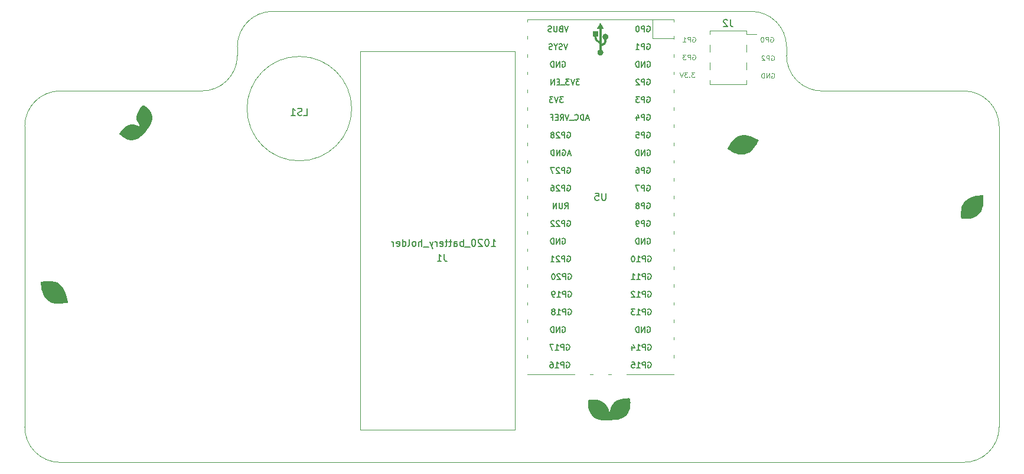
<source format=gbr>
%TF.GenerationSoftware,KiCad,Pcbnew,(6.0.4-0)*%
%TF.CreationDate,2022-09-29T15:47:50-04:00*%
%TF.ProjectId,pigame_pico,70696761-6d65-45f7-9069-636f2e6b6963,rev?*%
%TF.SameCoordinates,Original*%
%TF.FileFunction,Legend,Bot*%
%TF.FilePolarity,Positive*%
%FSLAX46Y46*%
G04 Gerber Fmt 4.6, Leading zero omitted, Abs format (unit mm)*
G04 Created by KiCad (PCBNEW (6.0.4-0)) date 2022-09-29 15:47:50*
%MOMM*%
%LPD*%
G01*
G04 APERTURE LIST*
%TA.AperFunction,Profile*%
%ADD10C,0.100000*%
%TD*%
%ADD11C,0.100000*%
%ADD12C,0.150000*%
%ADD13C,0.120000*%
%ADD14C,0.010000*%
G04 APERTURE END LIST*
D10*
X196850002Y-71120002D02*
X217170000Y-71120000D01*
X118110000Y-59690000D02*
X152400000Y-59690000D01*
X186690000Y-59690000D02*
X152400000Y-59690000D01*
X82550000Y-119380000D02*
G75*
G03*
X87630000Y-124460000I5080000J0D01*
G01*
X87630000Y-71120000D02*
X107950002Y-71120002D01*
X152400000Y-124460000D02*
X217170000Y-124460000D01*
X222250000Y-119380000D02*
X222250000Y-76200000D01*
X191770000Y-64770000D02*
X191770002Y-66040002D01*
X217170000Y-124460000D02*
G75*
G03*
X222250000Y-119380000I0J5080000D01*
G01*
X113030000Y-64770000D02*
X113030002Y-66040002D01*
X107950002Y-71120002D02*
G75*
G03*
X113030002Y-66040002I-2J5080002D01*
G01*
X191770000Y-64770000D02*
G75*
G03*
X186690000Y-59690000I-5080000J0D01*
G01*
X191769998Y-66040002D02*
G75*
G03*
X196850002Y-71120002I5080002J2D01*
G01*
X222250000Y-76200000D02*
G75*
G03*
X217170000Y-71120000I-5080000J0D01*
G01*
X82550000Y-76200000D02*
X82550000Y-119380000D01*
X87630000Y-71120000D02*
G75*
G03*
X82550000Y-76200000I0J-5080000D01*
G01*
X118110000Y-59690000D02*
G75*
G03*
X113030000Y-64770000I0J-5080000D01*
G01*
X152400000Y-124460000D02*
X87630000Y-124460000D01*
D11*
X178579333Y-68450666D02*
X178146000Y-68450666D01*
X178379333Y-68717333D01*
X178279333Y-68717333D01*
X178212666Y-68750666D01*
X178179333Y-68784000D01*
X178146000Y-68850666D01*
X178146000Y-69017333D01*
X178179333Y-69084000D01*
X178212666Y-69117333D01*
X178279333Y-69150666D01*
X178479333Y-69150666D01*
X178546000Y-69117333D01*
X178579333Y-69084000D01*
X177846000Y-69084000D02*
X177812666Y-69117333D01*
X177846000Y-69150666D01*
X177879333Y-69117333D01*
X177846000Y-69084000D01*
X177846000Y-69150666D01*
X177579333Y-68450666D02*
X177146000Y-68450666D01*
X177379333Y-68717333D01*
X177279333Y-68717333D01*
X177212666Y-68750666D01*
X177179333Y-68784000D01*
X177146000Y-68850666D01*
X177146000Y-69017333D01*
X177179333Y-69084000D01*
X177212666Y-69117333D01*
X177279333Y-69150666D01*
X177479333Y-69150666D01*
X177546000Y-69117333D01*
X177579333Y-69084000D01*
X176946000Y-68450666D02*
X176712666Y-69150666D01*
X176479333Y-68450666D01*
X189636333Y-68611000D02*
X189703000Y-68577666D01*
X189803000Y-68577666D01*
X189903000Y-68611000D01*
X189969666Y-68677666D01*
X190003000Y-68744333D01*
X190036333Y-68877666D01*
X190036333Y-68977666D01*
X190003000Y-69111000D01*
X189969666Y-69177666D01*
X189903000Y-69244333D01*
X189803000Y-69277666D01*
X189736333Y-69277666D01*
X189636333Y-69244333D01*
X189603000Y-69211000D01*
X189603000Y-68977666D01*
X189736333Y-68977666D01*
X189303000Y-69277666D02*
X189303000Y-68577666D01*
X188903000Y-69277666D01*
X188903000Y-68577666D01*
X188569666Y-69277666D02*
X188569666Y-68577666D01*
X188403000Y-68577666D01*
X188303000Y-68611000D01*
X188236333Y-68677666D01*
X188203000Y-68744333D01*
X188169666Y-68877666D01*
X188169666Y-68977666D01*
X188203000Y-69111000D01*
X188236333Y-69177666D01*
X188303000Y-69244333D01*
X188403000Y-69277666D01*
X188569666Y-69277666D01*
X178300000Y-65944000D02*
X178366666Y-65910666D01*
X178466666Y-65910666D01*
X178566666Y-65944000D01*
X178633333Y-66010666D01*
X178666666Y-66077333D01*
X178700000Y-66210666D01*
X178700000Y-66310666D01*
X178666666Y-66444000D01*
X178633333Y-66510666D01*
X178566666Y-66577333D01*
X178466666Y-66610666D01*
X178400000Y-66610666D01*
X178300000Y-66577333D01*
X178266666Y-66544000D01*
X178266666Y-66310666D01*
X178400000Y-66310666D01*
X177966666Y-66610666D02*
X177966666Y-65910666D01*
X177700000Y-65910666D01*
X177633333Y-65944000D01*
X177600000Y-65977333D01*
X177566666Y-66044000D01*
X177566666Y-66144000D01*
X177600000Y-66210666D01*
X177633333Y-66244000D01*
X177700000Y-66277333D01*
X177966666Y-66277333D01*
X177333333Y-65910666D02*
X176900000Y-65910666D01*
X177133333Y-66177333D01*
X177033333Y-66177333D01*
X176966666Y-66210666D01*
X176933333Y-66244000D01*
X176900000Y-66310666D01*
X176900000Y-66477333D01*
X176933333Y-66544000D01*
X176966666Y-66577333D01*
X177033333Y-66610666D01*
X177233333Y-66610666D01*
X177300000Y-66577333D01*
X177333333Y-66544000D01*
X189603000Y-66071000D02*
X189669666Y-66037666D01*
X189769666Y-66037666D01*
X189869666Y-66071000D01*
X189936333Y-66137666D01*
X189969666Y-66204333D01*
X190003000Y-66337666D01*
X190003000Y-66437666D01*
X189969666Y-66571000D01*
X189936333Y-66637666D01*
X189869666Y-66704333D01*
X189769666Y-66737666D01*
X189703000Y-66737666D01*
X189603000Y-66704333D01*
X189569666Y-66671000D01*
X189569666Y-66437666D01*
X189703000Y-66437666D01*
X189269666Y-66737666D02*
X189269666Y-66037666D01*
X189003000Y-66037666D01*
X188936333Y-66071000D01*
X188903000Y-66104333D01*
X188869666Y-66171000D01*
X188869666Y-66271000D01*
X188903000Y-66337666D01*
X188936333Y-66371000D01*
X189003000Y-66404333D01*
X189269666Y-66404333D01*
X188603000Y-66104333D02*
X188569666Y-66071000D01*
X188503000Y-66037666D01*
X188336333Y-66037666D01*
X188269666Y-66071000D01*
X188236333Y-66104333D01*
X188203000Y-66171000D01*
X188203000Y-66237666D01*
X188236333Y-66337666D01*
X188636333Y-66737666D01*
X188203000Y-66737666D01*
X178300000Y-63404000D02*
X178366666Y-63370666D01*
X178466666Y-63370666D01*
X178566666Y-63404000D01*
X178633333Y-63470666D01*
X178666666Y-63537333D01*
X178700000Y-63670666D01*
X178700000Y-63770666D01*
X178666666Y-63904000D01*
X178633333Y-63970666D01*
X178566666Y-64037333D01*
X178466666Y-64070666D01*
X178400000Y-64070666D01*
X178300000Y-64037333D01*
X178266666Y-64004000D01*
X178266666Y-63770666D01*
X178400000Y-63770666D01*
X177966666Y-64070666D02*
X177966666Y-63370666D01*
X177700000Y-63370666D01*
X177633333Y-63404000D01*
X177600000Y-63437333D01*
X177566666Y-63504000D01*
X177566666Y-63604000D01*
X177600000Y-63670666D01*
X177633333Y-63704000D01*
X177700000Y-63737333D01*
X177966666Y-63737333D01*
X176900000Y-64070666D02*
X177300000Y-64070666D01*
X177100000Y-64070666D02*
X177100000Y-63370666D01*
X177166666Y-63470666D01*
X177233333Y-63537333D01*
X177300000Y-63570666D01*
X189476000Y-63404000D02*
X189542666Y-63370666D01*
X189642666Y-63370666D01*
X189742666Y-63404000D01*
X189809333Y-63470666D01*
X189842666Y-63537333D01*
X189876000Y-63670666D01*
X189876000Y-63770666D01*
X189842666Y-63904000D01*
X189809333Y-63970666D01*
X189742666Y-64037333D01*
X189642666Y-64070666D01*
X189576000Y-64070666D01*
X189476000Y-64037333D01*
X189442666Y-64004000D01*
X189442666Y-63770666D01*
X189576000Y-63770666D01*
X189142666Y-64070666D02*
X189142666Y-63370666D01*
X188876000Y-63370666D01*
X188809333Y-63404000D01*
X188776000Y-63437333D01*
X188742666Y-63504000D01*
X188742666Y-63604000D01*
X188776000Y-63670666D01*
X188809333Y-63704000D01*
X188876000Y-63737333D01*
X189142666Y-63737333D01*
X188309333Y-63370666D02*
X188242666Y-63370666D01*
X188176000Y-63404000D01*
X188142666Y-63437333D01*
X188109333Y-63504000D01*
X188076000Y-63637333D01*
X188076000Y-63804000D01*
X188109333Y-63937333D01*
X188142666Y-64004000D01*
X188176000Y-64037333D01*
X188242666Y-64070666D01*
X188309333Y-64070666D01*
X188376000Y-64037333D01*
X188409333Y-64004000D01*
X188442666Y-63937333D01*
X188476000Y-63804000D01*
X188476000Y-63637333D01*
X188442666Y-63504000D01*
X188409333Y-63437333D01*
X188376000Y-63404000D01*
X188309333Y-63370666D01*
D12*
%TO.C,LS1*%
X122562857Y-74620380D02*
X123039047Y-74620380D01*
X123039047Y-73620380D01*
X122277142Y-74572761D02*
X122134285Y-74620380D01*
X121896190Y-74620380D01*
X121800952Y-74572761D01*
X121753333Y-74525142D01*
X121705714Y-74429904D01*
X121705714Y-74334666D01*
X121753333Y-74239428D01*
X121800952Y-74191809D01*
X121896190Y-74144190D01*
X122086666Y-74096571D01*
X122181904Y-74048952D01*
X122229523Y-74001333D01*
X122277142Y-73906095D01*
X122277142Y-73810857D01*
X122229523Y-73715619D01*
X122181904Y-73668000D01*
X122086666Y-73620380D01*
X121848571Y-73620380D01*
X121705714Y-73668000D01*
X120753333Y-74620380D02*
X121324761Y-74620380D01*
X121039047Y-74620380D02*
X121039047Y-73620380D01*
X121134285Y-73763238D01*
X121229523Y-73858476D01*
X121324761Y-73906095D01*
%TO.C,J2*%
X183721333Y-60876380D02*
X183721333Y-61590666D01*
X183768952Y-61733523D01*
X183864190Y-61828761D01*
X184007047Y-61876380D01*
X184102285Y-61876380D01*
X183292761Y-60971619D02*
X183245142Y-60924000D01*
X183149904Y-60876380D01*
X182911809Y-60876380D01*
X182816571Y-60924000D01*
X182768952Y-60971619D01*
X182721333Y-61066857D01*
X182721333Y-61162095D01*
X182768952Y-61304952D01*
X183340380Y-61876380D01*
X182721333Y-61876380D01*
%TO.C,J1*%
X142700333Y-94575380D02*
X142700333Y-95289666D01*
X142747952Y-95432523D01*
X142843190Y-95527761D01*
X142986047Y-95575380D01*
X143081285Y-95575380D01*
X141700333Y-95575380D02*
X142271761Y-95575380D01*
X141986047Y-95575380D02*
X141986047Y-94575380D01*
X142081285Y-94718238D01*
X142176523Y-94813476D01*
X142271761Y-94861095D01*
X149478142Y-93416380D02*
X150049571Y-93416380D01*
X149763857Y-93416380D02*
X149763857Y-92416380D01*
X149859095Y-92559238D01*
X149954333Y-92654476D01*
X150049571Y-92702095D01*
X148859095Y-92416380D02*
X148763857Y-92416380D01*
X148668619Y-92464000D01*
X148621000Y-92511619D01*
X148573380Y-92606857D01*
X148525761Y-92797333D01*
X148525761Y-93035428D01*
X148573380Y-93225904D01*
X148621000Y-93321142D01*
X148668619Y-93368761D01*
X148763857Y-93416380D01*
X148859095Y-93416380D01*
X148954333Y-93368761D01*
X149001952Y-93321142D01*
X149049571Y-93225904D01*
X149097190Y-93035428D01*
X149097190Y-92797333D01*
X149049571Y-92606857D01*
X149001952Y-92511619D01*
X148954333Y-92464000D01*
X148859095Y-92416380D01*
X148144809Y-92511619D02*
X148097190Y-92464000D01*
X148001952Y-92416380D01*
X147763857Y-92416380D01*
X147668619Y-92464000D01*
X147621000Y-92511619D01*
X147573380Y-92606857D01*
X147573380Y-92702095D01*
X147621000Y-92844952D01*
X148192428Y-93416380D01*
X147573380Y-93416380D01*
X146954333Y-92416380D02*
X146859095Y-92416380D01*
X146763857Y-92464000D01*
X146716238Y-92511619D01*
X146668619Y-92606857D01*
X146621000Y-92797333D01*
X146621000Y-93035428D01*
X146668619Y-93225904D01*
X146716238Y-93321142D01*
X146763857Y-93368761D01*
X146859095Y-93416380D01*
X146954333Y-93416380D01*
X147049571Y-93368761D01*
X147097190Y-93321142D01*
X147144809Y-93225904D01*
X147192428Y-93035428D01*
X147192428Y-92797333D01*
X147144809Y-92606857D01*
X147097190Y-92511619D01*
X147049571Y-92464000D01*
X146954333Y-92416380D01*
X146430523Y-93511619D02*
X145668619Y-93511619D01*
X145430523Y-93416380D02*
X145430523Y-92416380D01*
X145430523Y-92797333D02*
X145335285Y-92749714D01*
X145144809Y-92749714D01*
X145049571Y-92797333D01*
X145001952Y-92844952D01*
X144954333Y-92940190D01*
X144954333Y-93225904D01*
X145001952Y-93321142D01*
X145049571Y-93368761D01*
X145144809Y-93416380D01*
X145335285Y-93416380D01*
X145430523Y-93368761D01*
X144097190Y-93416380D02*
X144097190Y-92892571D01*
X144144809Y-92797333D01*
X144240047Y-92749714D01*
X144430523Y-92749714D01*
X144525761Y-92797333D01*
X144097190Y-93368761D02*
X144192428Y-93416380D01*
X144430523Y-93416380D01*
X144525761Y-93368761D01*
X144573380Y-93273523D01*
X144573380Y-93178285D01*
X144525761Y-93083047D01*
X144430523Y-93035428D01*
X144192428Y-93035428D01*
X144097190Y-92987809D01*
X143763857Y-92749714D02*
X143382904Y-92749714D01*
X143621000Y-92416380D02*
X143621000Y-93273523D01*
X143573380Y-93368761D01*
X143478142Y-93416380D01*
X143382904Y-93416380D01*
X143192428Y-92749714D02*
X142811476Y-92749714D01*
X143049571Y-92416380D02*
X143049571Y-93273523D01*
X143001952Y-93368761D01*
X142906714Y-93416380D01*
X142811476Y-93416380D01*
X142097190Y-93368761D02*
X142192428Y-93416380D01*
X142382904Y-93416380D01*
X142478142Y-93368761D01*
X142525761Y-93273523D01*
X142525761Y-92892571D01*
X142478142Y-92797333D01*
X142382904Y-92749714D01*
X142192428Y-92749714D01*
X142097190Y-92797333D01*
X142049571Y-92892571D01*
X142049571Y-92987809D01*
X142525761Y-93083047D01*
X141621000Y-93416380D02*
X141621000Y-92749714D01*
X141621000Y-92940190D02*
X141573380Y-92844952D01*
X141525761Y-92797333D01*
X141430523Y-92749714D01*
X141335285Y-92749714D01*
X141097190Y-92749714D02*
X140859095Y-93416380D01*
X140621000Y-92749714D02*
X140859095Y-93416380D01*
X140954333Y-93654476D01*
X141001952Y-93702095D01*
X141097190Y-93749714D01*
X140478142Y-93511619D02*
X139716238Y-93511619D01*
X139478142Y-93416380D02*
X139478142Y-92416380D01*
X139049571Y-93416380D02*
X139049571Y-92892571D01*
X139097190Y-92797333D01*
X139192428Y-92749714D01*
X139335285Y-92749714D01*
X139430523Y-92797333D01*
X139478142Y-92844952D01*
X138430523Y-93416380D02*
X138525761Y-93368761D01*
X138573380Y-93321142D01*
X138621000Y-93225904D01*
X138621000Y-92940190D01*
X138573380Y-92844952D01*
X138525761Y-92797333D01*
X138430523Y-92749714D01*
X138287666Y-92749714D01*
X138192428Y-92797333D01*
X138144809Y-92844952D01*
X138097190Y-92940190D01*
X138097190Y-93225904D01*
X138144809Y-93321142D01*
X138192428Y-93368761D01*
X138287666Y-93416380D01*
X138430523Y-93416380D01*
X137525761Y-93416380D02*
X137621000Y-93368761D01*
X137668619Y-93273523D01*
X137668619Y-92416380D01*
X136716238Y-93416380D02*
X136716238Y-92416380D01*
X136716238Y-93368761D02*
X136811476Y-93416380D01*
X137001952Y-93416380D01*
X137097190Y-93368761D01*
X137144809Y-93321142D01*
X137192428Y-93225904D01*
X137192428Y-92940190D01*
X137144809Y-92844952D01*
X137097190Y-92797333D01*
X137001952Y-92749714D01*
X136811476Y-92749714D01*
X136716238Y-92797333D01*
X135859095Y-93368761D02*
X135954333Y-93416380D01*
X136144809Y-93416380D01*
X136240047Y-93368761D01*
X136287666Y-93273523D01*
X136287666Y-92892571D01*
X136240047Y-92797333D01*
X136144809Y-92749714D01*
X135954333Y-92749714D01*
X135859095Y-92797333D01*
X135811476Y-92892571D01*
X135811476Y-92987809D01*
X136287666Y-93083047D01*
X135382904Y-93416380D02*
X135382904Y-92749714D01*
X135382904Y-92940190D02*
X135335285Y-92844952D01*
X135287666Y-92797333D01*
X135192428Y-92749714D01*
X135097190Y-92749714D01*
%TO.C,U5*%
X165861904Y-85812380D02*
X165861904Y-86621904D01*
X165814285Y-86717142D01*
X165766666Y-86764761D01*
X165671428Y-86812380D01*
X165480952Y-86812380D01*
X165385714Y-86764761D01*
X165338095Y-86717142D01*
X165290476Y-86621904D01*
X165290476Y-85812380D01*
X164338095Y-85812380D02*
X164814285Y-85812380D01*
X164861904Y-86288571D01*
X164814285Y-86240952D01*
X164719047Y-86193333D01*
X164480952Y-86193333D01*
X164385714Y-86240952D01*
X164338095Y-86288571D01*
X164290476Y-86383809D01*
X164290476Y-86621904D01*
X164338095Y-86717142D01*
X164385714Y-86764761D01*
X164480952Y-86812380D01*
X164719047Y-86812380D01*
X164814285Y-86764761D01*
X164861904Y-86717142D01*
X171894380Y-99929999D02*
X171970571Y-99891903D01*
X172084857Y-99891903D01*
X172199142Y-99929999D01*
X172275333Y-100006189D01*
X172313428Y-100082379D01*
X172351523Y-100234760D01*
X172351523Y-100349046D01*
X172313428Y-100501427D01*
X172275333Y-100577618D01*
X172199142Y-100653808D01*
X172084857Y-100691903D01*
X172008666Y-100691903D01*
X171894380Y-100653808D01*
X171856285Y-100615713D01*
X171856285Y-100349046D01*
X172008666Y-100349046D01*
X171513428Y-100691903D02*
X171513428Y-99891903D01*
X171208666Y-99891903D01*
X171132476Y-99929999D01*
X171094380Y-99968094D01*
X171056285Y-100044284D01*
X171056285Y-100158570D01*
X171094380Y-100234760D01*
X171132476Y-100272856D01*
X171208666Y-100310951D01*
X171513428Y-100310951D01*
X170294380Y-100691903D02*
X170751523Y-100691903D01*
X170522952Y-100691903D02*
X170522952Y-99891903D01*
X170599142Y-100006189D01*
X170675333Y-100082379D01*
X170751523Y-100120475D01*
X169989619Y-99968094D02*
X169951523Y-99929999D01*
X169875333Y-99891903D01*
X169684857Y-99891903D01*
X169608666Y-99929999D01*
X169570571Y-99968094D01*
X169532476Y-100044284D01*
X169532476Y-100120475D01*
X169570571Y-100234760D01*
X170027714Y-100691903D01*
X169532476Y-100691903D01*
X171767428Y-77070000D02*
X171843619Y-77031904D01*
X171957904Y-77031904D01*
X172072190Y-77070000D01*
X172148380Y-77146190D01*
X172186476Y-77222380D01*
X172224571Y-77374761D01*
X172224571Y-77489047D01*
X172186476Y-77641428D01*
X172148380Y-77717619D01*
X172072190Y-77793809D01*
X171957904Y-77831904D01*
X171881714Y-77831904D01*
X171767428Y-77793809D01*
X171729333Y-77755714D01*
X171729333Y-77489047D01*
X171881714Y-77489047D01*
X171386476Y-77831904D02*
X171386476Y-77031904D01*
X171081714Y-77031904D01*
X171005523Y-77070000D01*
X170967428Y-77108095D01*
X170929333Y-77184285D01*
X170929333Y-77298571D01*
X170967428Y-77374761D01*
X171005523Y-77412857D01*
X171081714Y-77450952D01*
X171386476Y-77450952D01*
X170205523Y-77031904D02*
X170586476Y-77031904D01*
X170624571Y-77412857D01*
X170586476Y-77374761D01*
X170510285Y-77336666D01*
X170319809Y-77336666D01*
X170243619Y-77374761D01*
X170205523Y-77412857D01*
X170167428Y-77489047D01*
X170167428Y-77679523D01*
X170205523Y-77755714D01*
X170243619Y-77793809D01*
X170319809Y-77831904D01*
X170510285Y-77831904D01*
X170586476Y-77793809D01*
X170624571Y-77755714D01*
X171767428Y-74530000D02*
X171843619Y-74491904D01*
X171957904Y-74491904D01*
X172072190Y-74530000D01*
X172148380Y-74606190D01*
X172186476Y-74682380D01*
X172224571Y-74834761D01*
X172224571Y-74949047D01*
X172186476Y-75101428D01*
X172148380Y-75177619D01*
X172072190Y-75253809D01*
X171957904Y-75291904D01*
X171881714Y-75291904D01*
X171767428Y-75253809D01*
X171729333Y-75215714D01*
X171729333Y-74949047D01*
X171881714Y-74949047D01*
X171386476Y-75291904D02*
X171386476Y-74491904D01*
X171081714Y-74491904D01*
X171005523Y-74530000D01*
X170967428Y-74568095D01*
X170929333Y-74644285D01*
X170929333Y-74758571D01*
X170967428Y-74834761D01*
X171005523Y-74872857D01*
X171081714Y-74910952D01*
X171386476Y-74910952D01*
X170243619Y-74758571D02*
X170243619Y-75291904D01*
X170434095Y-74453809D02*
X170624571Y-75025238D01*
X170129333Y-75025238D01*
X160470666Y-61791904D02*
X160204000Y-62591904D01*
X159937333Y-61791904D01*
X159404000Y-62172857D02*
X159289714Y-62210952D01*
X159251619Y-62249047D01*
X159213523Y-62325238D01*
X159213523Y-62439523D01*
X159251619Y-62515714D01*
X159289714Y-62553809D01*
X159365904Y-62591904D01*
X159670666Y-62591904D01*
X159670666Y-61791904D01*
X159404000Y-61791904D01*
X159327809Y-61830000D01*
X159289714Y-61868095D01*
X159251619Y-61944285D01*
X159251619Y-62020476D01*
X159289714Y-62096666D01*
X159327809Y-62134761D01*
X159404000Y-62172857D01*
X159670666Y-62172857D01*
X158870666Y-61791904D02*
X158870666Y-62439523D01*
X158832571Y-62515714D01*
X158794476Y-62553809D01*
X158718285Y-62591904D01*
X158565904Y-62591904D01*
X158489714Y-62553809D01*
X158451619Y-62515714D01*
X158413523Y-62439523D01*
X158413523Y-61791904D01*
X158070666Y-62553809D02*
X157956380Y-62591904D01*
X157765904Y-62591904D01*
X157689714Y-62553809D01*
X157651619Y-62515714D01*
X157613523Y-62439523D01*
X157613523Y-62363333D01*
X157651619Y-62287142D01*
X157689714Y-62249047D01*
X157765904Y-62210952D01*
X157918285Y-62172857D01*
X157994476Y-62134761D01*
X158032571Y-62096666D01*
X158070666Y-62020476D01*
X158070666Y-61944285D01*
X158032571Y-61868095D01*
X157994476Y-61830000D01*
X157918285Y-61791904D01*
X157727809Y-61791904D01*
X157613523Y-61830000D01*
X171894380Y-110090000D02*
X171970571Y-110051904D01*
X172084857Y-110051904D01*
X172199142Y-110090000D01*
X172275333Y-110166190D01*
X172313428Y-110242380D01*
X172351523Y-110394761D01*
X172351523Y-110509047D01*
X172313428Y-110661428D01*
X172275333Y-110737619D01*
X172199142Y-110813809D01*
X172084857Y-110851904D01*
X172008666Y-110851904D01*
X171894380Y-110813809D01*
X171856285Y-110775714D01*
X171856285Y-110509047D01*
X172008666Y-110509047D01*
X171513428Y-110851904D02*
X171513428Y-110051904D01*
X171208666Y-110051904D01*
X171132476Y-110090000D01*
X171094380Y-110128095D01*
X171056285Y-110204285D01*
X171056285Y-110318571D01*
X171094380Y-110394761D01*
X171132476Y-110432857D01*
X171208666Y-110470952D01*
X171513428Y-110470952D01*
X170294380Y-110851904D02*
X170751523Y-110851904D01*
X170522952Y-110851904D02*
X170522952Y-110051904D01*
X170599142Y-110166190D01*
X170675333Y-110242380D01*
X170751523Y-110280476D01*
X169570571Y-110051904D02*
X169951523Y-110051904D01*
X169989619Y-110432857D01*
X169951523Y-110394761D01*
X169875333Y-110356666D01*
X169684857Y-110356666D01*
X169608666Y-110394761D01*
X169570571Y-110432857D01*
X169532476Y-110509047D01*
X169532476Y-110699523D01*
X169570571Y-110775714D01*
X169608666Y-110813809D01*
X169684857Y-110851904D01*
X169875333Y-110851904D01*
X169951523Y-110813809D01*
X169989619Y-110775714D01*
X171894380Y-102469999D02*
X171970571Y-102431903D01*
X172084857Y-102431903D01*
X172199142Y-102469999D01*
X172275333Y-102546189D01*
X172313428Y-102622379D01*
X172351523Y-102774760D01*
X172351523Y-102889046D01*
X172313428Y-103041427D01*
X172275333Y-103117618D01*
X172199142Y-103193808D01*
X172084857Y-103231903D01*
X172008666Y-103231903D01*
X171894380Y-103193808D01*
X171856285Y-103155713D01*
X171856285Y-102889046D01*
X172008666Y-102889046D01*
X171513428Y-103231903D02*
X171513428Y-102431903D01*
X171208666Y-102431903D01*
X171132476Y-102469999D01*
X171094380Y-102508094D01*
X171056285Y-102584284D01*
X171056285Y-102698570D01*
X171094380Y-102774760D01*
X171132476Y-102812856D01*
X171208666Y-102850951D01*
X171513428Y-102850951D01*
X170294380Y-103231903D02*
X170751523Y-103231903D01*
X170522952Y-103231903D02*
X170522952Y-102431903D01*
X170599142Y-102546189D01*
X170675333Y-102622379D01*
X170751523Y-102660475D01*
X170027714Y-102431903D02*
X169532476Y-102431903D01*
X169799142Y-102736665D01*
X169684857Y-102736665D01*
X169608666Y-102774760D01*
X169570571Y-102812856D01*
X169532476Y-102889046D01*
X169532476Y-103079522D01*
X169570571Y-103155713D01*
X169608666Y-103193808D01*
X169684857Y-103231903D01*
X169913428Y-103231903D01*
X169989619Y-103193808D01*
X170027714Y-103155713D01*
X171767428Y-61830000D02*
X171843619Y-61791904D01*
X171957904Y-61791904D01*
X172072190Y-61830000D01*
X172148380Y-61906190D01*
X172186476Y-61982380D01*
X172224571Y-62134761D01*
X172224571Y-62249047D01*
X172186476Y-62401428D01*
X172148380Y-62477619D01*
X172072190Y-62553809D01*
X171957904Y-62591904D01*
X171881714Y-62591904D01*
X171767428Y-62553809D01*
X171729333Y-62515714D01*
X171729333Y-62249047D01*
X171881714Y-62249047D01*
X171386476Y-62591904D02*
X171386476Y-61791904D01*
X171081714Y-61791904D01*
X171005523Y-61830000D01*
X170967428Y-61868095D01*
X170929333Y-61944285D01*
X170929333Y-62058571D01*
X170967428Y-62134761D01*
X171005523Y-62172857D01*
X171081714Y-62210952D01*
X171386476Y-62210952D01*
X170434095Y-61791904D02*
X170357904Y-61791904D01*
X170281714Y-61830000D01*
X170243619Y-61868095D01*
X170205523Y-61944285D01*
X170167428Y-62096666D01*
X170167428Y-62287142D01*
X170205523Y-62439523D01*
X170243619Y-62515714D01*
X170281714Y-62553809D01*
X170357904Y-62591904D01*
X170434095Y-62591904D01*
X170510285Y-62553809D01*
X170548380Y-62515714D01*
X170586476Y-62439523D01*
X170624571Y-62287142D01*
X170624571Y-62096666D01*
X170586476Y-61944285D01*
X170548380Y-61868095D01*
X170510285Y-61830000D01*
X170434095Y-61791904D01*
X171805523Y-79610000D02*
X171881714Y-79571904D01*
X171996000Y-79571904D01*
X172110285Y-79610000D01*
X172186476Y-79686190D01*
X172224571Y-79762380D01*
X172262666Y-79914761D01*
X172262666Y-80029047D01*
X172224571Y-80181428D01*
X172186476Y-80257619D01*
X172110285Y-80333809D01*
X171996000Y-80371904D01*
X171919809Y-80371904D01*
X171805523Y-80333809D01*
X171767428Y-80295714D01*
X171767428Y-80029047D01*
X171919809Y-80029047D01*
X171424571Y-80371904D02*
X171424571Y-79571904D01*
X170967428Y-80371904D01*
X170967428Y-79571904D01*
X170586476Y-80371904D02*
X170586476Y-79571904D01*
X170396000Y-79571904D01*
X170281714Y-79610000D01*
X170205523Y-79686190D01*
X170167428Y-79762380D01*
X170129333Y-79914761D01*
X170129333Y-80029047D01*
X170167428Y-80181428D01*
X170205523Y-80257619D01*
X170281714Y-80333809D01*
X170396000Y-80371904D01*
X170586476Y-80371904D01*
X171894380Y-97389999D02*
X171970571Y-97351903D01*
X172084857Y-97351903D01*
X172199142Y-97389999D01*
X172275333Y-97466189D01*
X172313428Y-97542379D01*
X172351523Y-97694760D01*
X172351523Y-97809046D01*
X172313428Y-97961427D01*
X172275333Y-98037618D01*
X172199142Y-98113808D01*
X172084857Y-98151903D01*
X172008666Y-98151903D01*
X171894380Y-98113808D01*
X171856285Y-98075713D01*
X171856285Y-97809046D01*
X172008666Y-97809046D01*
X171513428Y-98151903D02*
X171513428Y-97351903D01*
X171208666Y-97351903D01*
X171132476Y-97389999D01*
X171094380Y-97428094D01*
X171056285Y-97504284D01*
X171056285Y-97618570D01*
X171094380Y-97694760D01*
X171132476Y-97732856D01*
X171208666Y-97770951D01*
X171513428Y-97770951D01*
X170294380Y-98151903D02*
X170751523Y-98151903D01*
X170522952Y-98151903D02*
X170522952Y-97351903D01*
X170599142Y-97466189D01*
X170675333Y-97542379D01*
X170751523Y-97580475D01*
X169532476Y-98151903D02*
X169989619Y-98151903D01*
X169761047Y-98151903D02*
X169761047Y-97351903D01*
X169837238Y-97466189D01*
X169913428Y-97542379D01*
X169989619Y-97580475D01*
X171767428Y-64370000D02*
X171843619Y-64331904D01*
X171957904Y-64331904D01*
X172072190Y-64370000D01*
X172148380Y-64446190D01*
X172186476Y-64522380D01*
X172224571Y-64674761D01*
X172224571Y-64789047D01*
X172186476Y-64941428D01*
X172148380Y-65017619D01*
X172072190Y-65093809D01*
X171957904Y-65131904D01*
X171881714Y-65131904D01*
X171767428Y-65093809D01*
X171729333Y-65055714D01*
X171729333Y-64789047D01*
X171881714Y-64789047D01*
X171386476Y-65131904D02*
X171386476Y-64331904D01*
X171081714Y-64331904D01*
X171005523Y-64370000D01*
X170967428Y-64408095D01*
X170929333Y-64484285D01*
X170929333Y-64598571D01*
X170967428Y-64674761D01*
X171005523Y-64712857D01*
X171081714Y-64750952D01*
X171386476Y-64750952D01*
X170167428Y-65131904D02*
X170624571Y-65131904D01*
X170396000Y-65131904D02*
X170396000Y-64331904D01*
X170472190Y-64446190D01*
X170548380Y-64522380D01*
X170624571Y-64560476D01*
X171805523Y-66910000D02*
X171881714Y-66871904D01*
X171996000Y-66871904D01*
X172110285Y-66910000D01*
X172186476Y-66986190D01*
X172224571Y-67062380D01*
X172262666Y-67214761D01*
X172262666Y-67329047D01*
X172224571Y-67481428D01*
X172186476Y-67557619D01*
X172110285Y-67633809D01*
X171996000Y-67671904D01*
X171919809Y-67671904D01*
X171805523Y-67633809D01*
X171767428Y-67595714D01*
X171767428Y-67329047D01*
X171919809Y-67329047D01*
X171424571Y-67671904D02*
X171424571Y-66871904D01*
X170967428Y-67671904D01*
X170967428Y-66871904D01*
X170586476Y-67671904D02*
X170586476Y-66871904D01*
X170396000Y-66871904D01*
X170281714Y-66910000D01*
X170205523Y-66986190D01*
X170167428Y-67062380D01*
X170129333Y-67214761D01*
X170129333Y-67329047D01*
X170167428Y-67481428D01*
X170205523Y-67557619D01*
X170281714Y-67633809D01*
X170396000Y-67671904D01*
X170586476Y-67671904D01*
X160464380Y-102470000D02*
X160540571Y-102431904D01*
X160654857Y-102431904D01*
X160769142Y-102470000D01*
X160845333Y-102546190D01*
X160883428Y-102622380D01*
X160921523Y-102774761D01*
X160921523Y-102889047D01*
X160883428Y-103041428D01*
X160845333Y-103117619D01*
X160769142Y-103193809D01*
X160654857Y-103231904D01*
X160578666Y-103231904D01*
X160464380Y-103193809D01*
X160426285Y-103155714D01*
X160426285Y-102889047D01*
X160578666Y-102889047D01*
X160083428Y-103231904D02*
X160083428Y-102431904D01*
X159778666Y-102431904D01*
X159702476Y-102470000D01*
X159664380Y-102508095D01*
X159626285Y-102584285D01*
X159626285Y-102698571D01*
X159664380Y-102774761D01*
X159702476Y-102812857D01*
X159778666Y-102850952D01*
X160083428Y-102850952D01*
X158864380Y-103231904D02*
X159321523Y-103231904D01*
X159092952Y-103231904D02*
X159092952Y-102431904D01*
X159169142Y-102546190D01*
X159245333Y-102622380D01*
X159321523Y-102660476D01*
X158407238Y-102774761D02*
X158483428Y-102736666D01*
X158521523Y-102698571D01*
X158559619Y-102622380D01*
X158559619Y-102584285D01*
X158521523Y-102508095D01*
X158483428Y-102470000D01*
X158407238Y-102431904D01*
X158254857Y-102431904D01*
X158178666Y-102470000D01*
X158140571Y-102508095D01*
X158102476Y-102584285D01*
X158102476Y-102622380D01*
X158140571Y-102698571D01*
X158178666Y-102736666D01*
X158254857Y-102774761D01*
X158407238Y-102774761D01*
X158483428Y-102812857D01*
X158521523Y-102850952D01*
X158559619Y-102927142D01*
X158559619Y-103079523D01*
X158521523Y-103155714D01*
X158483428Y-103193809D01*
X158407238Y-103231904D01*
X158254857Y-103231904D01*
X158178666Y-103193809D01*
X158140571Y-103155714D01*
X158102476Y-103079523D01*
X158102476Y-102927142D01*
X158140571Y-102850952D01*
X158178666Y-102812857D01*
X158254857Y-102774761D01*
X160337380Y-77070000D02*
X160413571Y-77031904D01*
X160527857Y-77031904D01*
X160642142Y-77070000D01*
X160718333Y-77146190D01*
X160756428Y-77222380D01*
X160794523Y-77374761D01*
X160794523Y-77489047D01*
X160756428Y-77641428D01*
X160718333Y-77717619D01*
X160642142Y-77793809D01*
X160527857Y-77831904D01*
X160451666Y-77831904D01*
X160337380Y-77793809D01*
X160299285Y-77755714D01*
X160299285Y-77489047D01*
X160451666Y-77489047D01*
X159956428Y-77831904D02*
X159956428Y-77031904D01*
X159651666Y-77031904D01*
X159575476Y-77070000D01*
X159537380Y-77108095D01*
X159499285Y-77184285D01*
X159499285Y-77298571D01*
X159537380Y-77374761D01*
X159575476Y-77412857D01*
X159651666Y-77450952D01*
X159956428Y-77450952D01*
X159194523Y-77108095D02*
X159156428Y-77070000D01*
X159080238Y-77031904D01*
X158889761Y-77031904D01*
X158813571Y-77070000D01*
X158775476Y-77108095D01*
X158737380Y-77184285D01*
X158737380Y-77260476D01*
X158775476Y-77374761D01*
X159232619Y-77831904D01*
X158737380Y-77831904D01*
X158280238Y-77374761D02*
X158356428Y-77336666D01*
X158394523Y-77298571D01*
X158432619Y-77222380D01*
X158432619Y-77184285D01*
X158394523Y-77108095D01*
X158356428Y-77070000D01*
X158280238Y-77031904D01*
X158127857Y-77031904D01*
X158051666Y-77070000D01*
X158013571Y-77108095D01*
X157975476Y-77184285D01*
X157975476Y-77222380D01*
X158013571Y-77298571D01*
X158051666Y-77336666D01*
X158127857Y-77374761D01*
X158280238Y-77374761D01*
X158356428Y-77412857D01*
X158394523Y-77450952D01*
X158432619Y-77527142D01*
X158432619Y-77679523D01*
X158394523Y-77755714D01*
X158356428Y-77793809D01*
X158280238Y-77831904D01*
X158127857Y-77831904D01*
X158051666Y-77793809D01*
X158013571Y-77755714D01*
X157975476Y-77679523D01*
X157975476Y-77527142D01*
X158013571Y-77450952D01*
X158051666Y-77412857D01*
X158127857Y-77374761D01*
X159613523Y-66910000D02*
X159689714Y-66871904D01*
X159804000Y-66871904D01*
X159918285Y-66910000D01*
X159994476Y-66986190D01*
X160032571Y-67062380D01*
X160070666Y-67214761D01*
X160070666Y-67329047D01*
X160032571Y-67481428D01*
X159994476Y-67557619D01*
X159918285Y-67633809D01*
X159804000Y-67671904D01*
X159727809Y-67671904D01*
X159613523Y-67633809D01*
X159575428Y-67595714D01*
X159575428Y-67329047D01*
X159727809Y-67329047D01*
X159232571Y-67671904D02*
X159232571Y-66871904D01*
X158775428Y-67671904D01*
X158775428Y-66871904D01*
X158394476Y-67671904D02*
X158394476Y-66871904D01*
X158204000Y-66871904D01*
X158089714Y-66910000D01*
X158013523Y-66986190D01*
X157975428Y-67062380D01*
X157937333Y-67214761D01*
X157937333Y-67329047D01*
X157975428Y-67481428D01*
X158013523Y-67557619D01*
X158089714Y-67633809D01*
X158204000Y-67671904D01*
X158394476Y-67671904D01*
X159975476Y-87991904D02*
X160242142Y-87610952D01*
X160432619Y-87991904D02*
X160432619Y-87191904D01*
X160127857Y-87191904D01*
X160051666Y-87230000D01*
X160013571Y-87268095D01*
X159975476Y-87344285D01*
X159975476Y-87458571D01*
X160013571Y-87534761D01*
X160051666Y-87572857D01*
X160127857Y-87610952D01*
X160432619Y-87610952D01*
X159632619Y-87191904D02*
X159632619Y-87839523D01*
X159594523Y-87915714D01*
X159556428Y-87953809D01*
X159480238Y-87991904D01*
X159327857Y-87991904D01*
X159251666Y-87953809D01*
X159213571Y-87915714D01*
X159175476Y-87839523D01*
X159175476Y-87191904D01*
X158794523Y-87991904D02*
X158794523Y-87191904D01*
X158337380Y-87991904D01*
X158337380Y-87191904D01*
X160464380Y-97390000D02*
X160540571Y-97351904D01*
X160654857Y-97351904D01*
X160769142Y-97390000D01*
X160845333Y-97466190D01*
X160883428Y-97542380D01*
X160921523Y-97694761D01*
X160921523Y-97809047D01*
X160883428Y-97961428D01*
X160845333Y-98037619D01*
X160769142Y-98113809D01*
X160654857Y-98151904D01*
X160578666Y-98151904D01*
X160464380Y-98113809D01*
X160426285Y-98075714D01*
X160426285Y-97809047D01*
X160578666Y-97809047D01*
X160083428Y-98151904D02*
X160083428Y-97351904D01*
X159778666Y-97351904D01*
X159702476Y-97390000D01*
X159664380Y-97428095D01*
X159626285Y-97504285D01*
X159626285Y-97618571D01*
X159664380Y-97694761D01*
X159702476Y-97732857D01*
X159778666Y-97770952D01*
X160083428Y-97770952D01*
X159321523Y-97428095D02*
X159283428Y-97390000D01*
X159207238Y-97351904D01*
X159016761Y-97351904D01*
X158940571Y-97390000D01*
X158902476Y-97428095D01*
X158864380Y-97504285D01*
X158864380Y-97580476D01*
X158902476Y-97694761D01*
X159359619Y-98151904D01*
X158864380Y-98151904D01*
X158369142Y-97351904D02*
X158292952Y-97351904D01*
X158216761Y-97390000D01*
X158178666Y-97428095D01*
X158140571Y-97504285D01*
X158102476Y-97656666D01*
X158102476Y-97847142D01*
X158140571Y-97999523D01*
X158178666Y-98075714D01*
X158216761Y-98113809D01*
X158292952Y-98151904D01*
X158369142Y-98151904D01*
X158445333Y-98113809D01*
X158483428Y-98075714D01*
X158521523Y-97999523D01*
X158559619Y-97847142D01*
X158559619Y-97656666D01*
X158521523Y-97504285D01*
X158483428Y-97428095D01*
X158445333Y-97390000D01*
X158369142Y-97351904D01*
X171894380Y-94850000D02*
X171970571Y-94811904D01*
X172084857Y-94811904D01*
X172199142Y-94850000D01*
X172275333Y-94926190D01*
X172313428Y-95002380D01*
X172351523Y-95154761D01*
X172351523Y-95269047D01*
X172313428Y-95421428D01*
X172275333Y-95497619D01*
X172199142Y-95573809D01*
X172084857Y-95611904D01*
X172008666Y-95611904D01*
X171894380Y-95573809D01*
X171856285Y-95535714D01*
X171856285Y-95269047D01*
X172008666Y-95269047D01*
X171513428Y-95611904D02*
X171513428Y-94811904D01*
X171208666Y-94811904D01*
X171132476Y-94850000D01*
X171094380Y-94888095D01*
X171056285Y-94964285D01*
X171056285Y-95078571D01*
X171094380Y-95154761D01*
X171132476Y-95192857D01*
X171208666Y-95230952D01*
X171513428Y-95230952D01*
X170294380Y-95611904D02*
X170751523Y-95611904D01*
X170522952Y-95611904D02*
X170522952Y-94811904D01*
X170599142Y-94926190D01*
X170675333Y-95002380D01*
X170751523Y-95040476D01*
X169799142Y-94811904D02*
X169722952Y-94811904D01*
X169646761Y-94850000D01*
X169608666Y-94888095D01*
X169570571Y-94964285D01*
X169532476Y-95116666D01*
X169532476Y-95307142D01*
X169570571Y-95459523D01*
X169608666Y-95535714D01*
X169646761Y-95573809D01*
X169722952Y-95611904D01*
X169799142Y-95611904D01*
X169875333Y-95573809D01*
X169913428Y-95535714D01*
X169951523Y-95459523D01*
X169989619Y-95307142D01*
X169989619Y-95116666D01*
X169951523Y-94964285D01*
X169913428Y-94888095D01*
X169875333Y-94850000D01*
X169799142Y-94811904D01*
X160464380Y-99930000D02*
X160540571Y-99891904D01*
X160654857Y-99891904D01*
X160769142Y-99930000D01*
X160845333Y-100006190D01*
X160883428Y-100082380D01*
X160921523Y-100234761D01*
X160921523Y-100349047D01*
X160883428Y-100501428D01*
X160845333Y-100577619D01*
X160769142Y-100653809D01*
X160654857Y-100691904D01*
X160578666Y-100691904D01*
X160464380Y-100653809D01*
X160426285Y-100615714D01*
X160426285Y-100349047D01*
X160578666Y-100349047D01*
X160083428Y-100691904D02*
X160083428Y-99891904D01*
X159778666Y-99891904D01*
X159702476Y-99930000D01*
X159664380Y-99968095D01*
X159626285Y-100044285D01*
X159626285Y-100158571D01*
X159664380Y-100234761D01*
X159702476Y-100272857D01*
X159778666Y-100310952D01*
X160083428Y-100310952D01*
X158864380Y-100691904D02*
X159321523Y-100691904D01*
X159092952Y-100691904D02*
X159092952Y-99891904D01*
X159169142Y-100006190D01*
X159245333Y-100082380D01*
X159321523Y-100120476D01*
X158483428Y-100691904D02*
X158331047Y-100691904D01*
X158254857Y-100653809D01*
X158216761Y-100615714D01*
X158140571Y-100501428D01*
X158102476Y-100349047D01*
X158102476Y-100044285D01*
X158140571Y-99968095D01*
X158178666Y-99930000D01*
X158254857Y-99891904D01*
X158407238Y-99891904D01*
X158483428Y-99930000D01*
X158521523Y-99968095D01*
X158559619Y-100044285D01*
X158559619Y-100234761D01*
X158521523Y-100310952D01*
X158483428Y-100349047D01*
X158407238Y-100387142D01*
X158254857Y-100387142D01*
X158178666Y-100349047D01*
X158140571Y-100310952D01*
X158102476Y-100234761D01*
X171767427Y-71990000D02*
X171843618Y-71951904D01*
X171957903Y-71951904D01*
X172072189Y-71990000D01*
X172148379Y-72066190D01*
X172186475Y-72142380D01*
X172224570Y-72294761D01*
X172224570Y-72409047D01*
X172186475Y-72561428D01*
X172148379Y-72637619D01*
X172072189Y-72713809D01*
X171957903Y-72751904D01*
X171881713Y-72751904D01*
X171767427Y-72713809D01*
X171729332Y-72675714D01*
X171729332Y-72409047D01*
X171881713Y-72409047D01*
X171386475Y-72751904D02*
X171386475Y-71951904D01*
X171081713Y-71951904D01*
X171005522Y-71990000D01*
X170967427Y-72028095D01*
X170929332Y-72104285D01*
X170929332Y-72218571D01*
X170967427Y-72294761D01*
X171005522Y-72332857D01*
X171081713Y-72370952D01*
X171386475Y-72370952D01*
X170662665Y-71951904D02*
X170167427Y-71951904D01*
X170434094Y-72256666D01*
X170319808Y-72256666D01*
X170243618Y-72294761D01*
X170205522Y-72332857D01*
X170167427Y-72409047D01*
X170167427Y-72599523D01*
X170205522Y-72675714D01*
X170243618Y-72713809D01*
X170319808Y-72751904D01*
X170548379Y-72751904D01*
X170624570Y-72713809D01*
X170662665Y-72675714D01*
X159613523Y-105010000D02*
X159689714Y-104971904D01*
X159804000Y-104971904D01*
X159918285Y-105010000D01*
X159994476Y-105086190D01*
X160032571Y-105162380D01*
X160070666Y-105314761D01*
X160070666Y-105429047D01*
X160032571Y-105581428D01*
X159994476Y-105657619D01*
X159918285Y-105733809D01*
X159804000Y-105771904D01*
X159727809Y-105771904D01*
X159613523Y-105733809D01*
X159575428Y-105695714D01*
X159575428Y-105429047D01*
X159727809Y-105429047D01*
X159232571Y-105771904D02*
X159232571Y-104971904D01*
X158775428Y-105771904D01*
X158775428Y-104971904D01*
X158394476Y-105771904D02*
X158394476Y-104971904D01*
X158204000Y-104971904D01*
X158089714Y-105010000D01*
X158013523Y-105086190D01*
X157975428Y-105162380D01*
X157937333Y-105314761D01*
X157937333Y-105429047D01*
X157975428Y-105581428D01*
X158013523Y-105657619D01*
X158089714Y-105733809D01*
X158204000Y-105771904D01*
X158394476Y-105771904D01*
X160210380Y-107550000D02*
X160286571Y-107511904D01*
X160400857Y-107511904D01*
X160515142Y-107550000D01*
X160591333Y-107626190D01*
X160629428Y-107702380D01*
X160667523Y-107854761D01*
X160667523Y-107969047D01*
X160629428Y-108121428D01*
X160591333Y-108197619D01*
X160515142Y-108273809D01*
X160400857Y-108311904D01*
X160324666Y-108311904D01*
X160210380Y-108273809D01*
X160172285Y-108235714D01*
X160172285Y-107969047D01*
X160324666Y-107969047D01*
X159829428Y-108311904D02*
X159829428Y-107511904D01*
X159524666Y-107511904D01*
X159448476Y-107550000D01*
X159410380Y-107588095D01*
X159372285Y-107664285D01*
X159372285Y-107778571D01*
X159410380Y-107854761D01*
X159448476Y-107892857D01*
X159524666Y-107930952D01*
X159829428Y-107930952D01*
X158610380Y-108311904D02*
X159067523Y-108311904D01*
X158838952Y-108311904D02*
X158838952Y-107511904D01*
X158915142Y-107626190D01*
X158991333Y-107702380D01*
X159067523Y-107740476D01*
X158343714Y-107511904D02*
X157810380Y-107511904D01*
X158153238Y-108311904D01*
X171767429Y-89770000D02*
X171843620Y-89731904D01*
X171957905Y-89731904D01*
X172072191Y-89770000D01*
X172148381Y-89846190D01*
X172186477Y-89922380D01*
X172224572Y-90074761D01*
X172224572Y-90189047D01*
X172186477Y-90341428D01*
X172148381Y-90417619D01*
X172072191Y-90493809D01*
X171957905Y-90531904D01*
X171881715Y-90531904D01*
X171767429Y-90493809D01*
X171729334Y-90455714D01*
X171729334Y-90189047D01*
X171881715Y-90189047D01*
X171386477Y-90531904D02*
X171386477Y-89731904D01*
X171081715Y-89731904D01*
X171005524Y-89770000D01*
X170967429Y-89808095D01*
X170929334Y-89884285D01*
X170929334Y-89998571D01*
X170967429Y-90074761D01*
X171005524Y-90112857D01*
X171081715Y-90150952D01*
X171386477Y-90150952D01*
X170548381Y-90531904D02*
X170396001Y-90531904D01*
X170319810Y-90493809D01*
X170281715Y-90455714D01*
X170205524Y-90341428D01*
X170167429Y-90189047D01*
X170167429Y-89884285D01*
X170205524Y-89808095D01*
X170243620Y-89770000D01*
X170319810Y-89731904D01*
X170472191Y-89731904D01*
X170548381Y-89770000D01*
X170586477Y-89808095D01*
X170624572Y-89884285D01*
X170624572Y-90074761D01*
X170586477Y-90150952D01*
X170548381Y-90189047D01*
X170472191Y-90227142D01*
X170319810Y-90227142D01*
X170243620Y-90189047D01*
X170205524Y-90150952D01*
X170167429Y-90074761D01*
X163397857Y-75063333D02*
X163016904Y-75063333D01*
X163474047Y-75291904D02*
X163207380Y-74491904D01*
X162940714Y-75291904D01*
X162674047Y-75291904D02*
X162674047Y-74491904D01*
X162483571Y-74491904D01*
X162369285Y-74530000D01*
X162293095Y-74606190D01*
X162255000Y-74682380D01*
X162216904Y-74834761D01*
X162216904Y-74949047D01*
X162255000Y-75101428D01*
X162293095Y-75177619D01*
X162369285Y-75253809D01*
X162483571Y-75291904D01*
X162674047Y-75291904D01*
X161416904Y-75215714D02*
X161455000Y-75253809D01*
X161569285Y-75291904D01*
X161645476Y-75291904D01*
X161759761Y-75253809D01*
X161835952Y-75177619D01*
X161874047Y-75101428D01*
X161912142Y-74949047D01*
X161912142Y-74834761D01*
X161874047Y-74682380D01*
X161835952Y-74606190D01*
X161759761Y-74530000D01*
X161645476Y-74491904D01*
X161569285Y-74491904D01*
X161455000Y-74530000D01*
X161416904Y-74568095D01*
X161264523Y-75368095D02*
X160655000Y-75368095D01*
X160578809Y-74491904D02*
X160312142Y-75291904D01*
X160045476Y-74491904D01*
X159321666Y-75291904D02*
X159588333Y-74910952D01*
X159778809Y-75291904D02*
X159778809Y-74491904D01*
X159474047Y-74491904D01*
X159397857Y-74530000D01*
X159359761Y-74568095D01*
X159321666Y-74644285D01*
X159321666Y-74758571D01*
X159359761Y-74834761D01*
X159397857Y-74872857D01*
X159474047Y-74910952D01*
X159778809Y-74910952D01*
X158978809Y-74872857D02*
X158712142Y-74872857D01*
X158597857Y-75291904D02*
X158978809Y-75291904D01*
X158978809Y-74491904D01*
X158597857Y-74491904D01*
X157988333Y-74872857D02*
X158255000Y-74872857D01*
X158255000Y-75291904D02*
X158255000Y-74491904D01*
X157874047Y-74491904D01*
X171767429Y-87230000D02*
X171843620Y-87191904D01*
X171957905Y-87191904D01*
X172072191Y-87230000D01*
X172148381Y-87306190D01*
X172186477Y-87382380D01*
X172224572Y-87534761D01*
X172224572Y-87649047D01*
X172186477Y-87801428D01*
X172148381Y-87877619D01*
X172072191Y-87953809D01*
X171957905Y-87991904D01*
X171881715Y-87991904D01*
X171767429Y-87953809D01*
X171729334Y-87915714D01*
X171729334Y-87649047D01*
X171881715Y-87649047D01*
X171386477Y-87991904D02*
X171386477Y-87191904D01*
X171081715Y-87191904D01*
X171005524Y-87230000D01*
X170967429Y-87268095D01*
X170929334Y-87344285D01*
X170929334Y-87458571D01*
X170967429Y-87534761D01*
X171005524Y-87572857D01*
X171081715Y-87610952D01*
X171386477Y-87610952D01*
X170472191Y-87534761D02*
X170548381Y-87496666D01*
X170586477Y-87458571D01*
X170624572Y-87382380D01*
X170624572Y-87344285D01*
X170586477Y-87268095D01*
X170548381Y-87230000D01*
X170472191Y-87191904D01*
X170319810Y-87191904D01*
X170243620Y-87230000D01*
X170205524Y-87268095D01*
X170167429Y-87344285D01*
X170167429Y-87382380D01*
X170205524Y-87458571D01*
X170243620Y-87496666D01*
X170319810Y-87534761D01*
X170472191Y-87534761D01*
X170548381Y-87572857D01*
X170586477Y-87610952D01*
X170624572Y-87687142D01*
X170624572Y-87839523D01*
X170586477Y-87915714D01*
X170548381Y-87953809D01*
X170472191Y-87991904D01*
X170319810Y-87991904D01*
X170243620Y-87953809D01*
X170205524Y-87915714D01*
X170167429Y-87839523D01*
X170167429Y-87687142D01*
X170205524Y-87610952D01*
X170243620Y-87572857D01*
X170319810Y-87534761D01*
X160210380Y-110090000D02*
X160286571Y-110051904D01*
X160400857Y-110051904D01*
X160515142Y-110090000D01*
X160591333Y-110166190D01*
X160629428Y-110242380D01*
X160667523Y-110394761D01*
X160667523Y-110509047D01*
X160629428Y-110661428D01*
X160591333Y-110737619D01*
X160515142Y-110813809D01*
X160400857Y-110851904D01*
X160324666Y-110851904D01*
X160210380Y-110813809D01*
X160172285Y-110775714D01*
X160172285Y-110509047D01*
X160324666Y-110509047D01*
X159829428Y-110851904D02*
X159829428Y-110051904D01*
X159524666Y-110051904D01*
X159448476Y-110090000D01*
X159410380Y-110128095D01*
X159372285Y-110204285D01*
X159372285Y-110318571D01*
X159410380Y-110394761D01*
X159448476Y-110432857D01*
X159524666Y-110470952D01*
X159829428Y-110470952D01*
X158610380Y-110851904D02*
X159067523Y-110851904D01*
X158838952Y-110851904D02*
X158838952Y-110051904D01*
X158915142Y-110166190D01*
X158991333Y-110242380D01*
X159067523Y-110280476D01*
X157924666Y-110051904D02*
X158077047Y-110051904D01*
X158153238Y-110090000D01*
X158191333Y-110128095D01*
X158267523Y-110242380D01*
X158305619Y-110394761D01*
X158305619Y-110699523D01*
X158267523Y-110775714D01*
X158229428Y-110813809D01*
X158153238Y-110851904D01*
X158000857Y-110851904D01*
X157924666Y-110813809D01*
X157886571Y-110775714D01*
X157848476Y-110699523D01*
X157848476Y-110509047D01*
X157886571Y-110432857D01*
X157924666Y-110394761D01*
X158000857Y-110356666D01*
X158153238Y-110356666D01*
X158229428Y-110394761D01*
X158267523Y-110432857D01*
X158305619Y-110509047D01*
X171805522Y-105010000D02*
X171881713Y-104971904D01*
X171995999Y-104971904D01*
X172110284Y-105010000D01*
X172186475Y-105086190D01*
X172224570Y-105162380D01*
X172262665Y-105314761D01*
X172262665Y-105429047D01*
X172224570Y-105581428D01*
X172186475Y-105657619D01*
X172110284Y-105733809D01*
X171995999Y-105771904D01*
X171919808Y-105771904D01*
X171805522Y-105733809D01*
X171767427Y-105695714D01*
X171767427Y-105429047D01*
X171919808Y-105429047D01*
X171424570Y-105771904D02*
X171424570Y-104971904D01*
X170967427Y-105771904D01*
X170967427Y-104971904D01*
X170586475Y-105771904D02*
X170586475Y-104971904D01*
X170395999Y-104971904D01*
X170281713Y-105010000D01*
X170205522Y-105086190D01*
X170167427Y-105162380D01*
X170129332Y-105314761D01*
X170129332Y-105429047D01*
X170167427Y-105581428D01*
X170205522Y-105657619D01*
X170281713Y-105733809D01*
X170395999Y-105771904D01*
X170586475Y-105771904D01*
X160337380Y-82150000D02*
X160413571Y-82111904D01*
X160527857Y-82111904D01*
X160642142Y-82150000D01*
X160718333Y-82226190D01*
X160756428Y-82302380D01*
X160794523Y-82454761D01*
X160794523Y-82569047D01*
X160756428Y-82721428D01*
X160718333Y-82797619D01*
X160642142Y-82873809D01*
X160527857Y-82911904D01*
X160451666Y-82911904D01*
X160337380Y-82873809D01*
X160299285Y-82835714D01*
X160299285Y-82569047D01*
X160451666Y-82569047D01*
X159956428Y-82911904D02*
X159956428Y-82111904D01*
X159651666Y-82111904D01*
X159575476Y-82150000D01*
X159537380Y-82188095D01*
X159499285Y-82264285D01*
X159499285Y-82378571D01*
X159537380Y-82454761D01*
X159575476Y-82492857D01*
X159651666Y-82530952D01*
X159956428Y-82530952D01*
X159194523Y-82188095D02*
X159156428Y-82150000D01*
X159080238Y-82111904D01*
X158889761Y-82111904D01*
X158813571Y-82150000D01*
X158775476Y-82188095D01*
X158737380Y-82264285D01*
X158737380Y-82340476D01*
X158775476Y-82454761D01*
X159232619Y-82911904D01*
X158737380Y-82911904D01*
X158470714Y-82111904D02*
X157937380Y-82111904D01*
X158280238Y-82911904D01*
X160337380Y-84690000D02*
X160413571Y-84651904D01*
X160527857Y-84651904D01*
X160642142Y-84690000D01*
X160718333Y-84766190D01*
X160756428Y-84842380D01*
X160794523Y-84994761D01*
X160794523Y-85109047D01*
X160756428Y-85261428D01*
X160718333Y-85337619D01*
X160642142Y-85413809D01*
X160527857Y-85451904D01*
X160451666Y-85451904D01*
X160337380Y-85413809D01*
X160299285Y-85375714D01*
X160299285Y-85109047D01*
X160451666Y-85109047D01*
X159956428Y-85451904D02*
X159956428Y-84651904D01*
X159651666Y-84651904D01*
X159575476Y-84690000D01*
X159537380Y-84728095D01*
X159499285Y-84804285D01*
X159499285Y-84918571D01*
X159537380Y-84994761D01*
X159575476Y-85032857D01*
X159651666Y-85070952D01*
X159956428Y-85070952D01*
X159194523Y-84728095D02*
X159156428Y-84690000D01*
X159080238Y-84651904D01*
X158889761Y-84651904D01*
X158813571Y-84690000D01*
X158775476Y-84728095D01*
X158737380Y-84804285D01*
X158737380Y-84880476D01*
X158775476Y-84994761D01*
X159232619Y-85451904D01*
X158737380Y-85451904D01*
X158051666Y-84651904D02*
X158204047Y-84651904D01*
X158280238Y-84690000D01*
X158318333Y-84728095D01*
X158394523Y-84842380D01*
X158432619Y-84994761D01*
X158432619Y-85299523D01*
X158394523Y-85375714D01*
X158356428Y-85413809D01*
X158280238Y-85451904D01*
X158127857Y-85451904D01*
X158051666Y-85413809D01*
X158013571Y-85375714D01*
X157975476Y-85299523D01*
X157975476Y-85109047D01*
X158013571Y-85032857D01*
X158051666Y-84994761D01*
X158127857Y-84956666D01*
X158280238Y-84956666D01*
X158356428Y-84994761D01*
X158394523Y-85032857D01*
X158432619Y-85109047D01*
X159740476Y-71951904D02*
X159245238Y-71951904D01*
X159511904Y-72256666D01*
X159397619Y-72256666D01*
X159321428Y-72294761D01*
X159283333Y-72332857D01*
X159245238Y-72409047D01*
X159245238Y-72599523D01*
X159283333Y-72675714D01*
X159321428Y-72713809D01*
X159397619Y-72751904D01*
X159626190Y-72751904D01*
X159702380Y-72713809D01*
X159740476Y-72675714D01*
X159016666Y-71951904D02*
X158750000Y-72751904D01*
X158483333Y-71951904D01*
X158292857Y-71951904D02*
X157797619Y-71951904D01*
X158064285Y-72256666D01*
X157950000Y-72256666D01*
X157873809Y-72294761D01*
X157835714Y-72332857D01*
X157797619Y-72409047D01*
X157797619Y-72599523D01*
X157835714Y-72675714D01*
X157873809Y-72713809D01*
X157950000Y-72751904D01*
X158178571Y-72751904D01*
X158254761Y-72713809D01*
X158292857Y-72675714D01*
X160794523Y-80143333D02*
X160413571Y-80143333D01*
X160870714Y-80371904D02*
X160604047Y-79571904D01*
X160337380Y-80371904D01*
X159651666Y-79610000D02*
X159727857Y-79571904D01*
X159842142Y-79571904D01*
X159956428Y-79610000D01*
X160032619Y-79686190D01*
X160070714Y-79762380D01*
X160108809Y-79914761D01*
X160108809Y-80029047D01*
X160070714Y-80181428D01*
X160032619Y-80257619D01*
X159956428Y-80333809D01*
X159842142Y-80371904D01*
X159765952Y-80371904D01*
X159651666Y-80333809D01*
X159613571Y-80295714D01*
X159613571Y-80029047D01*
X159765952Y-80029047D01*
X159270714Y-80371904D02*
X159270714Y-79571904D01*
X158813571Y-80371904D01*
X158813571Y-79571904D01*
X158432619Y-80371904D02*
X158432619Y-79571904D01*
X158242142Y-79571904D01*
X158127857Y-79610000D01*
X158051666Y-79686190D01*
X158013571Y-79762380D01*
X157975476Y-79914761D01*
X157975476Y-80029047D01*
X158013571Y-80181428D01*
X158051666Y-80257619D01*
X158127857Y-80333809D01*
X158242142Y-80371904D01*
X158432619Y-80371904D01*
X171767428Y-69450000D02*
X171843619Y-69411904D01*
X171957904Y-69411904D01*
X172072190Y-69450000D01*
X172148380Y-69526190D01*
X172186476Y-69602380D01*
X172224571Y-69754761D01*
X172224571Y-69869047D01*
X172186476Y-70021428D01*
X172148380Y-70097619D01*
X172072190Y-70173809D01*
X171957904Y-70211904D01*
X171881714Y-70211904D01*
X171767428Y-70173809D01*
X171729333Y-70135714D01*
X171729333Y-69869047D01*
X171881714Y-69869047D01*
X171386476Y-70211904D02*
X171386476Y-69411904D01*
X171081714Y-69411904D01*
X171005523Y-69450000D01*
X170967428Y-69488095D01*
X170929333Y-69564285D01*
X170929333Y-69678571D01*
X170967428Y-69754761D01*
X171005523Y-69792857D01*
X171081714Y-69830952D01*
X171386476Y-69830952D01*
X170624571Y-69488095D02*
X170586476Y-69450000D01*
X170510285Y-69411904D01*
X170319809Y-69411904D01*
X170243619Y-69450000D01*
X170205523Y-69488095D01*
X170167428Y-69564285D01*
X170167428Y-69640476D01*
X170205523Y-69754761D01*
X170662666Y-70211904D01*
X170167428Y-70211904D01*
X171805523Y-92310000D02*
X171881714Y-92271904D01*
X171996000Y-92271904D01*
X172110285Y-92310000D01*
X172186476Y-92386190D01*
X172224571Y-92462380D01*
X172262666Y-92614761D01*
X172262666Y-92729047D01*
X172224571Y-92881428D01*
X172186476Y-92957619D01*
X172110285Y-93033809D01*
X171996000Y-93071904D01*
X171919809Y-93071904D01*
X171805523Y-93033809D01*
X171767428Y-92995714D01*
X171767428Y-92729047D01*
X171919809Y-92729047D01*
X171424571Y-93071904D02*
X171424571Y-92271904D01*
X170967428Y-93071904D01*
X170967428Y-92271904D01*
X170586476Y-93071904D02*
X170586476Y-92271904D01*
X170396000Y-92271904D01*
X170281714Y-92310000D01*
X170205523Y-92386190D01*
X170167428Y-92462380D01*
X170129333Y-92614761D01*
X170129333Y-92729047D01*
X170167428Y-92881428D01*
X170205523Y-92957619D01*
X170281714Y-93033809D01*
X170396000Y-93071904D01*
X170586476Y-93071904D01*
X160375428Y-64331904D02*
X160108761Y-65131904D01*
X159842095Y-64331904D01*
X159613523Y-65093809D02*
X159499238Y-65131904D01*
X159308761Y-65131904D01*
X159232571Y-65093809D01*
X159194476Y-65055714D01*
X159156380Y-64979523D01*
X159156380Y-64903333D01*
X159194476Y-64827142D01*
X159232571Y-64789047D01*
X159308761Y-64750952D01*
X159461142Y-64712857D01*
X159537333Y-64674761D01*
X159575428Y-64636666D01*
X159613523Y-64560476D01*
X159613523Y-64484285D01*
X159575428Y-64408095D01*
X159537333Y-64370000D01*
X159461142Y-64331904D01*
X159270666Y-64331904D01*
X159156380Y-64370000D01*
X158661142Y-64750952D02*
X158661142Y-65131904D01*
X158927809Y-64331904D02*
X158661142Y-64750952D01*
X158394476Y-64331904D01*
X158165904Y-65093809D02*
X158051619Y-65131904D01*
X157861142Y-65131904D01*
X157784952Y-65093809D01*
X157746857Y-65055714D01*
X157708761Y-64979523D01*
X157708761Y-64903333D01*
X157746857Y-64827142D01*
X157784952Y-64789047D01*
X157861142Y-64750952D01*
X158013523Y-64712857D01*
X158089714Y-64674761D01*
X158127809Y-64636666D01*
X158165904Y-64560476D01*
X158165904Y-64484285D01*
X158127809Y-64408095D01*
X158089714Y-64370000D01*
X158013523Y-64331904D01*
X157823047Y-64331904D01*
X157708761Y-64370000D01*
X171894380Y-107550000D02*
X171970571Y-107511904D01*
X172084857Y-107511904D01*
X172199142Y-107550000D01*
X172275333Y-107626190D01*
X172313428Y-107702380D01*
X172351523Y-107854761D01*
X172351523Y-107969047D01*
X172313428Y-108121428D01*
X172275333Y-108197619D01*
X172199142Y-108273809D01*
X172084857Y-108311904D01*
X172008666Y-108311904D01*
X171894380Y-108273809D01*
X171856285Y-108235714D01*
X171856285Y-107969047D01*
X172008666Y-107969047D01*
X171513428Y-108311904D02*
X171513428Y-107511904D01*
X171208666Y-107511904D01*
X171132476Y-107550000D01*
X171094380Y-107588095D01*
X171056285Y-107664285D01*
X171056285Y-107778571D01*
X171094380Y-107854761D01*
X171132476Y-107892857D01*
X171208666Y-107930952D01*
X171513428Y-107930952D01*
X170294380Y-108311904D02*
X170751523Y-108311904D01*
X170522952Y-108311904D02*
X170522952Y-107511904D01*
X170599142Y-107626190D01*
X170675333Y-107702380D01*
X170751523Y-107740476D01*
X169608666Y-107778571D02*
X169608666Y-108311904D01*
X169799142Y-107473809D02*
X169989619Y-108045238D01*
X169494380Y-108045238D01*
X171767429Y-84690000D02*
X171843620Y-84651904D01*
X171957905Y-84651904D01*
X172072191Y-84690000D01*
X172148381Y-84766190D01*
X172186477Y-84842380D01*
X172224572Y-84994761D01*
X172224572Y-85109047D01*
X172186477Y-85261428D01*
X172148381Y-85337619D01*
X172072191Y-85413809D01*
X171957905Y-85451904D01*
X171881715Y-85451904D01*
X171767429Y-85413809D01*
X171729334Y-85375714D01*
X171729334Y-85109047D01*
X171881715Y-85109047D01*
X171386477Y-85451904D02*
X171386477Y-84651904D01*
X171081715Y-84651904D01*
X171005524Y-84690000D01*
X170967429Y-84728095D01*
X170929334Y-84804285D01*
X170929334Y-84918571D01*
X170967429Y-84994761D01*
X171005524Y-85032857D01*
X171081715Y-85070952D01*
X171386477Y-85070952D01*
X170662667Y-84651904D02*
X170129334Y-84651904D01*
X170472191Y-85451904D01*
X171767428Y-82150000D02*
X171843619Y-82111904D01*
X171957904Y-82111904D01*
X172072190Y-82150000D01*
X172148380Y-82226190D01*
X172186476Y-82302380D01*
X172224571Y-82454761D01*
X172224571Y-82569047D01*
X172186476Y-82721428D01*
X172148380Y-82797619D01*
X172072190Y-82873809D01*
X171957904Y-82911904D01*
X171881714Y-82911904D01*
X171767428Y-82873809D01*
X171729333Y-82835714D01*
X171729333Y-82569047D01*
X171881714Y-82569047D01*
X171386476Y-82911904D02*
X171386476Y-82111904D01*
X171081714Y-82111904D01*
X171005523Y-82150000D01*
X170967428Y-82188095D01*
X170929333Y-82264285D01*
X170929333Y-82378571D01*
X170967428Y-82454761D01*
X171005523Y-82492857D01*
X171081714Y-82530952D01*
X171386476Y-82530952D01*
X170243619Y-82111904D02*
X170396000Y-82111904D01*
X170472190Y-82150000D01*
X170510285Y-82188095D01*
X170586476Y-82302380D01*
X170624571Y-82454761D01*
X170624571Y-82759523D01*
X170586476Y-82835714D01*
X170548380Y-82873809D01*
X170472190Y-82911904D01*
X170319809Y-82911904D01*
X170243619Y-82873809D01*
X170205523Y-82835714D01*
X170167428Y-82759523D01*
X170167428Y-82569047D01*
X170205523Y-82492857D01*
X170243619Y-82454761D01*
X170319809Y-82416666D01*
X170472190Y-82416666D01*
X170548380Y-82454761D01*
X170586476Y-82492857D01*
X170624571Y-82569047D01*
X160337380Y-94850000D02*
X160413571Y-94811904D01*
X160527857Y-94811904D01*
X160642142Y-94850000D01*
X160718333Y-94926190D01*
X160756428Y-95002380D01*
X160794523Y-95154761D01*
X160794523Y-95269047D01*
X160756428Y-95421428D01*
X160718333Y-95497619D01*
X160642142Y-95573809D01*
X160527857Y-95611904D01*
X160451666Y-95611904D01*
X160337380Y-95573809D01*
X160299285Y-95535714D01*
X160299285Y-95269047D01*
X160451666Y-95269047D01*
X159956428Y-95611904D02*
X159956428Y-94811904D01*
X159651666Y-94811904D01*
X159575476Y-94850000D01*
X159537380Y-94888095D01*
X159499285Y-94964285D01*
X159499285Y-95078571D01*
X159537380Y-95154761D01*
X159575476Y-95192857D01*
X159651666Y-95230952D01*
X159956428Y-95230952D01*
X159194523Y-94888095D02*
X159156428Y-94850000D01*
X159080238Y-94811904D01*
X158889761Y-94811904D01*
X158813571Y-94850000D01*
X158775476Y-94888095D01*
X158737380Y-94964285D01*
X158737380Y-95040476D01*
X158775476Y-95154761D01*
X159232619Y-95611904D01*
X158737380Y-95611904D01*
X157975476Y-95611904D02*
X158432619Y-95611904D01*
X158204047Y-95611904D02*
X158204047Y-94811904D01*
X158280238Y-94926190D01*
X158356428Y-95002380D01*
X158432619Y-95040476D01*
X159613523Y-92310000D02*
X159689714Y-92271904D01*
X159804000Y-92271904D01*
X159918285Y-92310000D01*
X159994476Y-92386190D01*
X160032571Y-92462380D01*
X160070666Y-92614761D01*
X160070666Y-92729047D01*
X160032571Y-92881428D01*
X159994476Y-92957619D01*
X159918285Y-93033809D01*
X159804000Y-93071904D01*
X159727809Y-93071904D01*
X159613523Y-93033809D01*
X159575428Y-92995714D01*
X159575428Y-92729047D01*
X159727809Y-92729047D01*
X159232571Y-93071904D02*
X159232571Y-92271904D01*
X158775428Y-93071904D01*
X158775428Y-92271904D01*
X158394476Y-93071904D02*
X158394476Y-92271904D01*
X158204000Y-92271904D01*
X158089714Y-92310000D01*
X158013523Y-92386190D01*
X157975428Y-92462380D01*
X157937333Y-92614761D01*
X157937333Y-92729047D01*
X157975428Y-92881428D01*
X158013523Y-92957619D01*
X158089714Y-93033809D01*
X158204000Y-93071904D01*
X158394476Y-93071904D01*
X160337380Y-89770000D02*
X160413571Y-89731904D01*
X160527857Y-89731904D01*
X160642142Y-89770000D01*
X160718333Y-89846190D01*
X160756428Y-89922380D01*
X160794523Y-90074761D01*
X160794523Y-90189047D01*
X160756428Y-90341428D01*
X160718333Y-90417619D01*
X160642142Y-90493809D01*
X160527857Y-90531904D01*
X160451666Y-90531904D01*
X160337380Y-90493809D01*
X160299285Y-90455714D01*
X160299285Y-90189047D01*
X160451666Y-90189047D01*
X159956428Y-90531904D02*
X159956428Y-89731904D01*
X159651666Y-89731904D01*
X159575476Y-89770000D01*
X159537380Y-89808095D01*
X159499285Y-89884285D01*
X159499285Y-89998571D01*
X159537380Y-90074761D01*
X159575476Y-90112857D01*
X159651666Y-90150952D01*
X159956428Y-90150952D01*
X159194523Y-89808095D02*
X159156428Y-89770000D01*
X159080238Y-89731904D01*
X158889761Y-89731904D01*
X158813571Y-89770000D01*
X158775476Y-89808095D01*
X158737380Y-89884285D01*
X158737380Y-89960476D01*
X158775476Y-90074761D01*
X159232619Y-90531904D01*
X158737380Y-90531904D01*
X158432619Y-89808095D02*
X158394523Y-89770000D01*
X158318333Y-89731904D01*
X158127857Y-89731904D01*
X158051666Y-89770000D01*
X158013571Y-89808095D01*
X157975476Y-89884285D01*
X157975476Y-89960476D01*
X158013571Y-90074761D01*
X158470714Y-90531904D01*
X157975476Y-90531904D01*
X162096190Y-69411904D02*
X161600952Y-69411904D01*
X161867619Y-69716666D01*
X161753333Y-69716666D01*
X161677142Y-69754761D01*
X161639047Y-69792857D01*
X161600952Y-69869047D01*
X161600952Y-70059523D01*
X161639047Y-70135714D01*
X161677142Y-70173809D01*
X161753333Y-70211904D01*
X161981904Y-70211904D01*
X162058095Y-70173809D01*
X162096190Y-70135714D01*
X161372380Y-69411904D02*
X161105714Y-70211904D01*
X160839047Y-69411904D01*
X160648571Y-69411904D02*
X160153333Y-69411904D01*
X160420000Y-69716666D01*
X160305714Y-69716666D01*
X160229523Y-69754761D01*
X160191428Y-69792857D01*
X160153333Y-69869047D01*
X160153333Y-70059523D01*
X160191428Y-70135714D01*
X160229523Y-70173809D01*
X160305714Y-70211904D01*
X160534285Y-70211904D01*
X160610476Y-70173809D01*
X160648571Y-70135714D01*
X160000952Y-70288095D02*
X159391428Y-70288095D01*
X159200952Y-69792857D02*
X158934285Y-69792857D01*
X158820000Y-70211904D02*
X159200952Y-70211904D01*
X159200952Y-69411904D01*
X158820000Y-69411904D01*
X158477142Y-70211904D02*
X158477142Y-69411904D01*
X158020000Y-70211904D01*
X158020000Y-69411904D01*
D13*
%TO.C,LS1*%
X129420000Y-73660000D02*
G75*
G03*
X129420000Y-73660000I-7500000J0D01*
G01*
%TO.C,J2*%
X180788000Y-69594000D02*
X180788000Y-70164000D01*
X187428000Y-62994000D02*
X185988000Y-62994000D01*
X185988000Y-62424000D02*
X180788000Y-62424000D01*
X185988000Y-69594000D02*
X185988000Y-70164000D01*
X180788000Y-67054000D02*
X180788000Y-68074000D01*
X180788000Y-64514000D02*
X180788000Y-65534000D01*
X185988000Y-62424000D02*
X185988000Y-62994000D01*
X180788000Y-62424000D02*
X180788000Y-62994000D01*
X185988000Y-70164000D02*
X180788000Y-70164000D01*
X185988000Y-64514000D02*
X185988000Y-65534000D01*
X185988000Y-67054000D02*
X185988000Y-68074000D01*
%TO.C,Ref\u002A\u002A*%
G36*
X165046462Y-61387199D02*
G01*
X165051028Y-61394082D01*
X165060495Y-61409679D01*
X165074338Y-61433067D01*
X165092032Y-61463324D01*
X165113051Y-61499528D01*
X165136868Y-61540757D01*
X165162959Y-61586088D01*
X165190797Y-61634599D01*
X165219857Y-61685368D01*
X165249614Y-61737472D01*
X165279541Y-61789989D01*
X165309112Y-61841997D01*
X165337803Y-61892573D01*
X165365087Y-61940796D01*
X165390439Y-61985742D01*
X165413333Y-62026490D01*
X165433243Y-62062117D01*
X165449644Y-62091702D01*
X165462010Y-62114321D01*
X165469815Y-62129052D01*
X165472533Y-62134973D01*
X165472484Y-62135092D01*
X165466103Y-62136314D01*
X165450007Y-62137412D01*
X165425639Y-62138343D01*
X165394440Y-62139062D01*
X165357850Y-62139525D01*
X165317311Y-62139689D01*
X165162089Y-62139689D01*
X165162089Y-63275835D01*
X165162093Y-63406616D01*
X165162108Y-63526627D01*
X165162137Y-63636330D01*
X165162184Y-63736182D01*
X165162253Y-63826644D01*
X165162349Y-63908175D01*
X165162475Y-63981236D01*
X165162636Y-64046285D01*
X165162836Y-64103783D01*
X165163078Y-64154189D01*
X165163367Y-64197963D01*
X165163707Y-64235564D01*
X165164102Y-64267452D01*
X165164556Y-64294087D01*
X165165073Y-64315928D01*
X165165657Y-64333436D01*
X165166312Y-64347069D01*
X165167042Y-64357287D01*
X165167852Y-64364551D01*
X165168745Y-64369320D01*
X165169726Y-64372052D01*
X165170798Y-64373209D01*
X165171966Y-64373250D01*
X165182156Y-64369841D01*
X165204868Y-64361182D01*
X165234040Y-64349273D01*
X165267558Y-64335054D01*
X165303305Y-64319460D01*
X165339169Y-64303431D01*
X165373035Y-64287904D01*
X165402787Y-64273817D01*
X165426311Y-64262108D01*
X165441494Y-64253714D01*
X165443842Y-64252239D01*
X165485226Y-64221852D01*
X165520924Y-64186290D01*
X165551299Y-64144743D01*
X165576712Y-64096401D01*
X165597527Y-64040457D01*
X165614104Y-63976100D01*
X165626806Y-63902521D01*
X165635995Y-63818911D01*
X165637747Y-63795931D01*
X165639745Y-63762379D01*
X165641052Y-63730879D01*
X165641449Y-63706023D01*
X165641147Y-63660867D01*
X165592118Y-63637286D01*
X165551495Y-63614311D01*
X165502214Y-63575681D01*
X165459914Y-63529350D01*
X165425860Y-63476764D01*
X165401316Y-63419367D01*
X165393953Y-63392116D01*
X165386406Y-63342548D01*
X165384562Y-63290515D01*
X165388476Y-63240054D01*
X165398205Y-63195200D01*
X165409700Y-63162462D01*
X165431700Y-63116805D01*
X165460438Y-63074930D01*
X165497994Y-63033469D01*
X165520796Y-63011709D01*
X165543254Y-62993125D01*
X165565662Y-62978394D01*
X165591681Y-62964834D01*
X165612111Y-62955702D01*
X165674998Y-62935109D01*
X165738008Y-62925357D01*
X165800238Y-62926303D01*
X165860788Y-62937802D01*
X165918754Y-62959707D01*
X165973234Y-62991876D01*
X166023327Y-63034162D01*
X166025400Y-63036229D01*
X166057687Y-63071314D01*
X166082346Y-63105178D01*
X166101696Y-63141489D01*
X166118057Y-63183911D01*
X166132282Y-63241819D01*
X166136939Y-63304063D01*
X166131276Y-63365948D01*
X166115663Y-63426076D01*
X166090469Y-63483048D01*
X166056063Y-63535467D01*
X166012816Y-63581934D01*
X166009456Y-63584898D01*
X165986381Y-63602706D01*
X165958695Y-63620971D01*
X165929704Y-63637754D01*
X165902715Y-63651120D01*
X165881037Y-63659130D01*
X165879576Y-63659547D01*
X165875317Y-63661803D01*
X165872227Y-63666606D01*
X165869991Y-63675703D01*
X165868292Y-63690842D01*
X165866812Y-63713768D01*
X165865234Y-63746228D01*
X165863596Y-63778655D01*
X165856365Y-63877669D01*
X165846080Y-63966694D01*
X165832511Y-64046467D01*
X165815428Y-64117722D01*
X165794600Y-64181193D01*
X165769798Y-64237616D01*
X165740791Y-64287726D01*
X165707348Y-64332258D01*
X165669241Y-64371946D01*
X165649929Y-64388941D01*
X165620273Y-64411796D01*
X165586929Y-64433654D01*
X165548458Y-64455308D01*
X165503417Y-64477553D01*
X165450367Y-64501181D01*
X165387866Y-64526987D01*
X165376885Y-64531427D01*
X165339415Y-64546989D01*
X165300447Y-64563692D01*
X165263991Y-64579799D01*
X165234055Y-64593575D01*
X165167733Y-64625069D01*
X165167733Y-65214362D01*
X165203011Y-65231764D01*
X165220455Y-65241020D01*
X165271156Y-65275993D01*
X165315942Y-65319308D01*
X165353543Y-65369361D01*
X165382690Y-65424549D01*
X165402112Y-65483266D01*
X165406535Y-65508985D01*
X165409516Y-65547425D01*
X165409689Y-65588695D01*
X165407063Y-65628298D01*
X165401650Y-65661737D01*
X165390671Y-65698855D01*
X165364959Y-65755157D01*
X165330247Y-65806670D01*
X165287714Y-65852201D01*
X165238545Y-65890557D01*
X165183921Y-65920543D01*
X165125025Y-65940967D01*
X165097105Y-65945655D01*
X165060497Y-65948027D01*
X165020156Y-65947888D01*
X164979781Y-65945364D01*
X164943073Y-65940585D01*
X164913733Y-65933677D01*
X164867925Y-65915028D01*
X164813919Y-65882259D01*
X164764155Y-65839374D01*
X164752119Y-65826867D01*
X164718946Y-65786566D01*
X164693153Y-65743921D01*
X164672082Y-65694756D01*
X164666837Y-65679720D01*
X164662409Y-65664151D01*
X164659564Y-65648295D01*
X164657967Y-65629403D01*
X164657288Y-65604725D01*
X164657194Y-65571511D01*
X164657347Y-65545735D01*
X164658003Y-65518882D01*
X164659484Y-65498482D01*
X164662129Y-65481761D01*
X164666278Y-65465946D01*
X164672270Y-65448265D01*
X164678292Y-65432315D01*
X164700452Y-65385448D01*
X164728260Y-65343916D01*
X164764345Y-65303590D01*
X164803948Y-65268133D01*
X164849152Y-65237850D01*
X164897154Y-65216298D01*
X164927844Y-65205492D01*
X164929639Y-65037135D01*
X164929677Y-65033335D01*
X164929937Y-64992634D01*
X164930030Y-64942745D01*
X164929965Y-64885560D01*
X164929749Y-64822974D01*
X164929391Y-64756879D01*
X164928899Y-64689168D01*
X164928282Y-64621734D01*
X164927547Y-64556470D01*
X164923662Y-64244161D01*
X164905746Y-64220672D01*
X164896858Y-64209804D01*
X164882748Y-64195416D01*
X164865312Y-64180966D01*
X164843171Y-64165511D01*
X164814944Y-64148106D01*
X164779251Y-64127807D01*
X164734712Y-64103671D01*
X164668436Y-64067137D01*
X164604625Y-64028908D01*
X164549339Y-63991914D01*
X164501347Y-63955208D01*
X164459418Y-63917841D01*
X164422322Y-63878866D01*
X164388828Y-63837336D01*
X164376637Y-63820390D01*
X164332467Y-63747696D01*
X164294974Y-63666530D01*
X164264354Y-63577534D01*
X164240804Y-63481350D01*
X164224519Y-63378621D01*
X164215695Y-63269989D01*
X164212065Y-63189556D01*
X164016266Y-63189556D01*
X164016266Y-62546089D01*
X164659826Y-62546089D01*
X164658369Y-62866411D01*
X164656911Y-63186734D01*
X164545405Y-63188264D01*
X164433899Y-63189795D01*
X164437006Y-63230597D01*
X164441072Y-63279222D01*
X164447922Y-63343275D01*
X164456053Y-63399340D01*
X164465809Y-63449375D01*
X164477539Y-63495339D01*
X164491589Y-63539192D01*
X164508848Y-63583749D01*
X164536599Y-63640719D01*
X164569480Y-63692406D01*
X164608510Y-63739870D01*
X164654706Y-63784170D01*
X164709086Y-63826368D01*
X164772668Y-63867521D01*
X164846470Y-63908691D01*
X164855999Y-63913667D01*
X164880637Y-63926358D01*
X164900991Y-63936592D01*
X164915163Y-63943424D01*
X164921258Y-63945911D01*
X164921631Y-63942780D01*
X164922096Y-63929273D01*
X164922527Y-63905789D01*
X164922922Y-63873074D01*
X164923281Y-63831879D01*
X164923606Y-63782951D01*
X164923895Y-63727039D01*
X164924150Y-63664892D01*
X164924368Y-63597258D01*
X164924552Y-63524885D01*
X164924700Y-63448522D01*
X164924813Y-63368918D01*
X164924891Y-63286820D01*
X164924933Y-63202979D01*
X164924939Y-63118141D01*
X164924911Y-63033057D01*
X164924847Y-62948473D01*
X164924747Y-62865139D01*
X164924612Y-62783803D01*
X164924441Y-62705214D01*
X164924235Y-62630120D01*
X164923994Y-62559270D01*
X164923717Y-62493412D01*
X164923404Y-62433295D01*
X164923055Y-62379667D01*
X164922671Y-62333277D01*
X164922252Y-62294873D01*
X164921796Y-62265205D01*
X164921305Y-62245019D01*
X164917589Y-62134045D01*
X164763261Y-62134045D01*
X164723490Y-62133888D01*
X164685647Y-62133399D01*
X164653996Y-62132618D01*
X164629811Y-62131587D01*
X164614365Y-62130349D01*
X164608933Y-62128946D01*
X164609101Y-62128335D01*
X164613196Y-62120119D01*
X164622368Y-62103416D01*
X164636079Y-62079139D01*
X164653791Y-62048200D01*
X164674966Y-62011512D01*
X164699068Y-61969986D01*
X164725558Y-61924535D01*
X164753898Y-61876071D01*
X164783553Y-61825507D01*
X164813983Y-61773754D01*
X164844651Y-61721725D01*
X164875020Y-61670332D01*
X164904552Y-61620488D01*
X164932709Y-61573104D01*
X164958955Y-61529093D01*
X164982750Y-61489368D01*
X165003559Y-61454839D01*
X165020843Y-61426421D01*
X165034065Y-61405025D01*
X165042686Y-61391562D01*
X165046170Y-61386947D01*
X165046462Y-61387199D01*
G37*
D14*
X165046462Y-61387199D02*
X165051028Y-61394082D01*
X165060495Y-61409679D01*
X165074338Y-61433067D01*
X165092032Y-61463324D01*
X165113051Y-61499528D01*
X165136868Y-61540757D01*
X165162959Y-61586088D01*
X165190797Y-61634599D01*
X165219857Y-61685368D01*
X165249614Y-61737472D01*
X165279541Y-61789989D01*
X165309112Y-61841997D01*
X165337803Y-61892573D01*
X165365087Y-61940796D01*
X165390439Y-61985742D01*
X165413333Y-62026490D01*
X165433243Y-62062117D01*
X165449644Y-62091702D01*
X165462010Y-62114321D01*
X165469815Y-62129052D01*
X165472533Y-62134973D01*
X165472484Y-62135092D01*
X165466103Y-62136314D01*
X165450007Y-62137412D01*
X165425639Y-62138343D01*
X165394440Y-62139062D01*
X165357850Y-62139525D01*
X165317311Y-62139689D01*
X165162089Y-62139689D01*
X165162089Y-63275835D01*
X165162093Y-63406616D01*
X165162108Y-63526627D01*
X165162137Y-63636330D01*
X165162184Y-63736182D01*
X165162253Y-63826644D01*
X165162349Y-63908175D01*
X165162475Y-63981236D01*
X165162636Y-64046285D01*
X165162836Y-64103783D01*
X165163078Y-64154189D01*
X165163367Y-64197963D01*
X165163707Y-64235564D01*
X165164102Y-64267452D01*
X165164556Y-64294087D01*
X165165073Y-64315928D01*
X165165657Y-64333436D01*
X165166312Y-64347069D01*
X165167042Y-64357287D01*
X165167852Y-64364551D01*
X165168745Y-64369320D01*
X165169726Y-64372052D01*
X165170798Y-64373209D01*
X165171966Y-64373250D01*
X165182156Y-64369841D01*
X165204868Y-64361182D01*
X165234040Y-64349273D01*
X165267558Y-64335054D01*
X165303305Y-64319460D01*
X165339169Y-64303431D01*
X165373035Y-64287904D01*
X165402787Y-64273817D01*
X165426311Y-64262108D01*
X165441494Y-64253714D01*
X165443842Y-64252239D01*
X165485226Y-64221852D01*
X165520924Y-64186290D01*
X165551299Y-64144743D01*
X165576712Y-64096401D01*
X165597527Y-64040457D01*
X165614104Y-63976100D01*
X165626806Y-63902521D01*
X165635995Y-63818911D01*
X165637747Y-63795931D01*
X165639745Y-63762379D01*
X165641052Y-63730879D01*
X165641449Y-63706023D01*
X165641147Y-63660867D01*
X165592118Y-63637286D01*
X165551495Y-63614311D01*
X165502214Y-63575681D01*
X165459914Y-63529350D01*
X165425860Y-63476764D01*
X165401316Y-63419367D01*
X165393953Y-63392116D01*
X165386406Y-63342548D01*
X165384562Y-63290515D01*
X165388476Y-63240054D01*
X165398205Y-63195200D01*
X165409700Y-63162462D01*
X165431700Y-63116805D01*
X165460438Y-63074930D01*
X165497994Y-63033469D01*
X165520796Y-63011709D01*
X165543254Y-62993125D01*
X165565662Y-62978394D01*
X165591681Y-62964834D01*
X165612111Y-62955702D01*
X165674998Y-62935109D01*
X165738008Y-62925357D01*
X165800238Y-62926303D01*
X165860788Y-62937802D01*
X165918754Y-62959707D01*
X165973234Y-62991876D01*
X166023327Y-63034162D01*
X166025400Y-63036229D01*
X166057687Y-63071314D01*
X166082346Y-63105178D01*
X166101696Y-63141489D01*
X166118057Y-63183911D01*
X166132282Y-63241819D01*
X166136939Y-63304063D01*
X166131276Y-63365948D01*
X166115663Y-63426076D01*
X166090469Y-63483048D01*
X166056063Y-63535467D01*
X166012816Y-63581934D01*
X166009456Y-63584898D01*
X165986381Y-63602706D01*
X165958695Y-63620971D01*
X165929704Y-63637754D01*
X165902715Y-63651120D01*
X165881037Y-63659130D01*
X165879576Y-63659547D01*
X165875317Y-63661803D01*
X165872227Y-63666606D01*
X165869991Y-63675703D01*
X165868292Y-63690842D01*
X165866812Y-63713768D01*
X165865234Y-63746228D01*
X165863596Y-63778655D01*
X165856365Y-63877669D01*
X165846080Y-63966694D01*
X165832511Y-64046467D01*
X165815428Y-64117722D01*
X165794600Y-64181193D01*
X165769798Y-64237616D01*
X165740791Y-64287726D01*
X165707348Y-64332258D01*
X165669241Y-64371946D01*
X165649929Y-64388941D01*
X165620273Y-64411796D01*
X165586929Y-64433654D01*
X165548458Y-64455308D01*
X165503417Y-64477553D01*
X165450367Y-64501181D01*
X165387866Y-64526987D01*
X165376885Y-64531427D01*
X165339415Y-64546989D01*
X165300447Y-64563692D01*
X165263991Y-64579799D01*
X165234055Y-64593575D01*
X165167733Y-64625069D01*
X165167733Y-65214362D01*
X165203011Y-65231764D01*
X165220455Y-65241020D01*
X165271156Y-65275993D01*
X165315942Y-65319308D01*
X165353543Y-65369361D01*
X165382690Y-65424549D01*
X165402112Y-65483266D01*
X165406535Y-65508985D01*
X165409516Y-65547425D01*
X165409689Y-65588695D01*
X165407063Y-65628298D01*
X165401650Y-65661737D01*
X165390671Y-65698855D01*
X165364959Y-65755157D01*
X165330247Y-65806670D01*
X165287714Y-65852201D01*
X165238545Y-65890557D01*
X165183921Y-65920543D01*
X165125025Y-65940967D01*
X165097105Y-65945655D01*
X165060497Y-65948027D01*
X165020156Y-65947888D01*
X164979781Y-65945364D01*
X164943073Y-65940585D01*
X164913733Y-65933677D01*
X164867925Y-65915028D01*
X164813919Y-65882259D01*
X164764155Y-65839374D01*
X164752119Y-65826867D01*
X164718946Y-65786566D01*
X164693153Y-65743921D01*
X164672082Y-65694756D01*
X164666837Y-65679720D01*
X164662409Y-65664151D01*
X164659564Y-65648295D01*
X164657967Y-65629403D01*
X164657288Y-65604725D01*
X164657194Y-65571511D01*
X164657347Y-65545735D01*
X164658003Y-65518882D01*
X164659484Y-65498482D01*
X164662129Y-65481761D01*
X164666278Y-65465946D01*
X164672270Y-65448265D01*
X164678292Y-65432315D01*
X164700452Y-65385448D01*
X164728260Y-65343916D01*
X164764345Y-65303590D01*
X164803948Y-65268133D01*
X164849152Y-65237850D01*
X164897154Y-65216298D01*
X164927844Y-65205492D01*
X164929639Y-65037135D01*
X164929677Y-65033335D01*
X164929937Y-64992634D01*
X164930030Y-64942745D01*
X164929965Y-64885560D01*
X164929749Y-64822974D01*
X164929391Y-64756879D01*
X164928899Y-64689168D01*
X164928282Y-64621734D01*
X164927547Y-64556470D01*
X164923662Y-64244161D01*
X164905746Y-64220672D01*
X164896858Y-64209804D01*
X164882748Y-64195416D01*
X164865312Y-64180966D01*
X164843171Y-64165511D01*
X164814944Y-64148106D01*
X164779251Y-64127807D01*
X164734712Y-64103671D01*
X164668436Y-64067137D01*
X164604625Y-64028908D01*
X164549339Y-63991914D01*
X164501347Y-63955208D01*
X164459418Y-63917841D01*
X164422322Y-63878866D01*
X164388828Y-63837336D01*
X164376637Y-63820390D01*
X164332467Y-63747696D01*
X164294974Y-63666530D01*
X164264354Y-63577534D01*
X164240804Y-63481350D01*
X164224519Y-63378621D01*
X164215695Y-63269989D01*
X164212065Y-63189556D01*
X164016266Y-63189556D01*
X164016266Y-62546089D01*
X164659826Y-62546089D01*
X164658369Y-62866411D01*
X164656911Y-63186734D01*
X164545405Y-63188264D01*
X164433899Y-63189795D01*
X164437006Y-63230597D01*
X164441072Y-63279222D01*
X164447922Y-63343275D01*
X164456053Y-63399340D01*
X164465809Y-63449375D01*
X164477539Y-63495339D01*
X164491589Y-63539192D01*
X164508848Y-63583749D01*
X164536599Y-63640719D01*
X164569480Y-63692406D01*
X164608510Y-63739870D01*
X164654706Y-63784170D01*
X164709086Y-63826368D01*
X164772668Y-63867521D01*
X164846470Y-63908691D01*
X164855999Y-63913667D01*
X164880637Y-63926358D01*
X164900991Y-63936592D01*
X164915163Y-63943424D01*
X164921258Y-63945911D01*
X164921631Y-63942780D01*
X164922096Y-63929273D01*
X164922527Y-63905789D01*
X164922922Y-63873074D01*
X164923281Y-63831879D01*
X164923606Y-63782951D01*
X164923895Y-63727039D01*
X164924150Y-63664892D01*
X164924368Y-63597258D01*
X164924552Y-63524885D01*
X164924700Y-63448522D01*
X164924813Y-63368918D01*
X164924891Y-63286820D01*
X164924933Y-63202979D01*
X164924939Y-63118141D01*
X164924911Y-63033057D01*
X164924847Y-62948473D01*
X164924747Y-62865139D01*
X164924612Y-62783803D01*
X164924441Y-62705214D01*
X164924235Y-62630120D01*
X164923994Y-62559270D01*
X164923717Y-62493412D01*
X164923404Y-62433295D01*
X164923055Y-62379667D01*
X164922671Y-62333277D01*
X164922252Y-62294873D01*
X164921796Y-62265205D01*
X164921305Y-62245019D01*
X164917589Y-62134045D01*
X164763261Y-62134045D01*
X164723490Y-62133888D01*
X164685647Y-62133399D01*
X164653996Y-62132618D01*
X164629811Y-62131587D01*
X164614365Y-62130349D01*
X164608933Y-62128946D01*
X164609101Y-62128335D01*
X164613196Y-62120119D01*
X164622368Y-62103416D01*
X164636079Y-62079139D01*
X164653791Y-62048200D01*
X164674966Y-62011512D01*
X164699068Y-61969986D01*
X164725558Y-61924535D01*
X164753898Y-61876071D01*
X164783553Y-61825507D01*
X164813983Y-61773754D01*
X164844651Y-61721725D01*
X164875020Y-61670332D01*
X164904552Y-61620488D01*
X164932709Y-61573104D01*
X164958955Y-61529093D01*
X164982750Y-61489368D01*
X165003559Y-61454839D01*
X165020843Y-61426421D01*
X165034065Y-61405025D01*
X165042686Y-61391562D01*
X165046170Y-61386947D01*
X165046462Y-61387199D01*
D13*
%TO.C,J1*%
X152832000Y-119805000D02*
X130632000Y-119805000D01*
X130632000Y-119805000D02*
X130632000Y-65405000D01*
X130632000Y-65405000D02*
X152832000Y-65405000D01*
X152832000Y-65405000D02*
X152832000Y-119805000D01*
%TO.C,G\u002A\u002A\u002A*%
G36*
X169181393Y-115250677D02*
G01*
X169249031Y-115256453D01*
X169289760Y-115267931D01*
X169312929Y-115285690D01*
X169335575Y-115339582D01*
X169355926Y-115442641D01*
X169371920Y-115581447D01*
X169382771Y-115744039D01*
X169387695Y-115918453D01*
X169385904Y-116092729D01*
X169376613Y-116254903D01*
X169370910Y-116315204D01*
X169310198Y-116704851D01*
X169211160Y-117050093D01*
X169072456Y-117352591D01*
X168892744Y-117614001D01*
X168670682Y-117835984D01*
X168404930Y-118020196D01*
X168094145Y-118168297D01*
X167736987Y-118281944D01*
X167622778Y-118308834D01*
X167505830Y-118330661D01*
X167377596Y-118347880D01*
X167226113Y-118361815D01*
X167039420Y-118373792D01*
X166805555Y-118385137D01*
X166742897Y-118387918D01*
X166554716Y-118396673D01*
X166386027Y-118405100D01*
X166246726Y-118412669D01*
X166146715Y-118418851D01*
X166095893Y-118423115D01*
X165989175Y-118432492D01*
X165826193Y-118437053D01*
X165642691Y-118434861D01*
X165459323Y-118426219D01*
X165296747Y-118411429D01*
X164935710Y-118347636D01*
X164590879Y-118240574D01*
X164288656Y-118092952D01*
X164028354Y-117904265D01*
X163809283Y-117674009D01*
X163630758Y-117401679D01*
X163492089Y-117086770D01*
X163416281Y-116848500D01*
X163352518Y-116568335D01*
X163316234Y-116277073D01*
X163303734Y-115952451D01*
X163304066Y-115827310D01*
X163309070Y-115666389D01*
X163319518Y-115561327D01*
X163335300Y-115513649D01*
X163376678Y-115498979D01*
X163469945Y-115484986D01*
X163606658Y-115473064D01*
X163778839Y-115464104D01*
X164213981Y-115464769D01*
X164604757Y-115502594D01*
X164952873Y-115578553D01*
X165260377Y-115693603D01*
X165529316Y-115848707D01*
X165761738Y-116044822D01*
X165959691Y-116282910D01*
X166125222Y-116563930D01*
X166145442Y-116606624D01*
X166209715Y-116762089D01*
X166270972Y-116935315D01*
X166318270Y-117096135D01*
X166340692Y-117183167D01*
X166369687Y-117291301D01*
X166391494Y-117367262D01*
X166402595Y-117398435D01*
X166409199Y-117385320D01*
X166420560Y-117327823D01*
X166432794Y-117238831D01*
X166451104Y-117108322D01*
X166528149Y-116769570D01*
X166642566Y-116458561D01*
X166791063Y-116181849D01*
X166970346Y-115945989D01*
X167177122Y-115757536D01*
X167190960Y-115747360D01*
X167458712Y-115578773D01*
X167751552Y-115447404D01*
X168076044Y-115351282D01*
X168438755Y-115288440D01*
X168846247Y-115256908D01*
X168928004Y-115253932D01*
X169077499Y-115250029D01*
X169181393Y-115250677D01*
G37*
G36*
X185823199Y-77478848D02*
G01*
X186184724Y-77533606D01*
X186574780Y-77638617D01*
X186612952Y-77650916D01*
X186802981Y-77715571D01*
X186969286Y-77780009D01*
X187130182Y-77852363D01*
X187303983Y-77940760D01*
X187509004Y-78053333D01*
X187824444Y-78230533D01*
X187572917Y-78635774D01*
X187536646Y-78693757D01*
X187433327Y-78854886D01*
X187329553Y-79011696D01*
X187235646Y-79148741D01*
X187161934Y-79250577D01*
X186948845Y-79502664D01*
X186692002Y-79746356D01*
X186420579Y-79947201D01*
X186141815Y-80099913D01*
X185862947Y-80199205D01*
X185840668Y-80204287D01*
X185709004Y-80221004D01*
X185523079Y-80228913D01*
X185286347Y-80227842D01*
X185270251Y-80227492D01*
X185100952Y-80222821D01*
X184972374Y-80215574D01*
X184867487Y-80203042D01*
X184769261Y-80182515D01*
X184660667Y-80151283D01*
X184524673Y-80106635D01*
X184506627Y-80100473D01*
X184342056Y-80037173D01*
X184166097Y-79958681D01*
X183986960Y-79869827D01*
X183812857Y-79775439D01*
X183651997Y-79680345D01*
X183512592Y-79589374D01*
X183402851Y-79507354D01*
X183330986Y-79439114D01*
X183305206Y-79389483D01*
X183305968Y-79381345D01*
X183328042Y-79316728D01*
X183376539Y-79215175D01*
X183445935Y-79086598D01*
X183530706Y-78940905D01*
X183625327Y-78788004D01*
X183724273Y-78637805D01*
X183762829Y-78583339D01*
X183877346Y-78435397D01*
X184005695Y-78283849D01*
X184126679Y-78154172D01*
X184305389Y-77987957D01*
X184583465Y-77778978D01*
X184870338Y-77624409D01*
X185169953Y-77523418D01*
X185486258Y-77475175D01*
X185823199Y-77478848D01*
G37*
G36*
X219993317Y-86794145D02*
G01*
X219990945Y-86907453D01*
X219985742Y-87112863D01*
X219979609Y-87274502D01*
X219971576Y-87402859D01*
X219960676Y-87508425D01*
X219945939Y-87601688D01*
X219926399Y-87693139D01*
X219901085Y-87793267D01*
X219822203Y-88051883D01*
X219694072Y-88352974D01*
X219534625Y-88611201D01*
X219338551Y-88833430D01*
X219100544Y-89026525D01*
X218815294Y-89197350D01*
X218649219Y-89274439D01*
X218387375Y-89369443D01*
X218109993Y-89444571D01*
X217842109Y-89492235D01*
X217790184Y-89497466D01*
X217667949Y-89504789D01*
X217522125Y-89509125D01*
X217364524Y-89510614D01*
X217206961Y-89509394D01*
X217061248Y-89505602D01*
X216939200Y-89499378D01*
X216852628Y-89490860D01*
X216813348Y-89480185D01*
X216810902Y-89473310D01*
X216805131Y-89418214D01*
X216800314Y-89316312D01*
X216796709Y-89176485D01*
X216794573Y-89007611D01*
X216794164Y-88818570D01*
X216794415Y-88741609D01*
X216795819Y-88542700D01*
X216798930Y-88388151D01*
X216804695Y-88266839D01*
X216814064Y-88167643D01*
X216827987Y-88079442D01*
X216847413Y-87991113D01*
X216873290Y-87891536D01*
X216955815Y-87629543D01*
X217093457Y-87319809D01*
X217265861Y-87053177D01*
X217477005Y-86825548D01*
X217730865Y-86632823D01*
X218031419Y-86470901D01*
X218382644Y-86335683D01*
X218628362Y-86262229D01*
X218950118Y-86188521D01*
X219285707Y-86138729D01*
X219656642Y-86109025D01*
X220007496Y-86090465D01*
X219993317Y-86794145D01*
G37*
G36*
X99683361Y-73173819D02*
G01*
X99780665Y-73240724D01*
X99807279Y-73260375D01*
X99922821Y-73353753D01*
X100049052Y-73465335D01*
X100163055Y-73575085D01*
X100324112Y-73747628D01*
X100527895Y-74002791D01*
X100680733Y-74250889D01*
X100785877Y-74498601D01*
X100846579Y-74752610D01*
X100866091Y-75019595D01*
X100852562Y-75238326D01*
X100796409Y-75510561D01*
X100694557Y-75786053D01*
X100544761Y-76069622D01*
X100344777Y-76366084D01*
X100092360Y-76680260D01*
X100020780Y-76763759D01*
X99889638Y-76917807D01*
X99753612Y-77078625D01*
X99632795Y-77222505D01*
X99616619Y-77241748D01*
X99368018Y-77509345D01*
X99108988Y-77738786D01*
X98846101Y-77925366D01*
X98585932Y-78064382D01*
X98335052Y-78151131D01*
X98268685Y-78165436D01*
X97986766Y-78192881D01*
X97692795Y-78173819D01*
X97403549Y-78110303D01*
X97135806Y-78004386D01*
X97029531Y-77947162D01*
X96879090Y-77856388D01*
X96722430Y-77752927D01*
X96567651Y-77642995D01*
X96422852Y-77532805D01*
X96296132Y-77428572D01*
X96195591Y-77336511D01*
X96129327Y-77262837D01*
X96105439Y-77213764D01*
X96121713Y-77173680D01*
X96171244Y-77098090D01*
X96246081Y-76998751D01*
X96338143Y-76885570D01*
X96439353Y-76768454D01*
X96541630Y-76657310D01*
X96636895Y-76562047D01*
X96885803Y-76347252D01*
X97158555Y-76160527D01*
X97428513Y-76028521D01*
X97699062Y-75949281D01*
X97873991Y-75927369D01*
X98151870Y-75934621D01*
X98442144Y-75986905D01*
X98732633Y-76081740D01*
X99011156Y-76216642D01*
X99039875Y-76232926D01*
X99123915Y-76277783D01*
X99178497Y-76302420D01*
X99192938Y-76301830D01*
X99186302Y-76291974D01*
X99149078Y-76240311D01*
X99089343Y-76159392D01*
X99016406Y-76061872D01*
X98959646Y-75983945D01*
X98784000Y-75696590D01*
X98665761Y-75413342D01*
X98604060Y-75130650D01*
X98598028Y-74844966D01*
X98646796Y-74552741D01*
X98722848Y-74312542D01*
X98877429Y-73976400D01*
X99085148Y-73645544D01*
X99342625Y-73325933D01*
X99406704Y-73255676D01*
X99486593Y-73177420D01*
X99550129Y-73139481D01*
X99611117Y-73139176D01*
X99683361Y-73173819D01*
G37*
G36*
X86260368Y-98415259D02*
G01*
X86549063Y-98442495D01*
X86798622Y-98491378D01*
X86907373Y-98522535D01*
X87195919Y-98631724D01*
X87449822Y-98773238D01*
X87675087Y-98952403D01*
X87877720Y-99174545D01*
X88063725Y-99444993D01*
X88239109Y-99769071D01*
X88251991Y-99795627D01*
X88390620Y-100107547D01*
X88501474Y-100415424D01*
X88591252Y-100740151D01*
X88666654Y-101102622D01*
X88683274Y-101195180D01*
X88707208Y-101340065D01*
X88718087Y-101439846D01*
X88714842Y-101503118D01*
X88696398Y-101538478D01*
X88661685Y-101554521D01*
X88609630Y-101559845D01*
X88603172Y-101560278D01*
X88541780Y-101566853D01*
X88437462Y-101579774D01*
X88303033Y-101597411D01*
X88151306Y-101618134D01*
X87988409Y-101638159D01*
X87596146Y-101664525D01*
X87221066Y-101659164D01*
X86871784Y-101622806D01*
X86556917Y-101556181D01*
X86285082Y-101460019D01*
X86069021Y-101342731D01*
X85819473Y-101150828D01*
X85592117Y-100912246D01*
X85389932Y-100632526D01*
X85215896Y-100317209D01*
X85072989Y-99971834D01*
X84964188Y-99601943D01*
X84892473Y-99213075D01*
X84860822Y-98810771D01*
X84854333Y-98562133D01*
X84943041Y-98537349D01*
X85029114Y-98514984D01*
X85316911Y-98459533D01*
X85628548Y-98424168D01*
X85948282Y-98409280D01*
X86260368Y-98415259D01*
G37*
%TO.C,U5*%
X154600000Y-109060000D02*
X154600000Y-109460000D01*
X175600000Y-68360000D02*
X175600000Y-68760000D01*
X175600000Y-103960000D02*
X175600000Y-104360000D01*
X175600000Y-81060000D02*
X175600000Y-81460000D01*
X175600000Y-93760000D02*
X175600000Y-94160000D01*
X172593000Y-63527000D02*
X172593000Y-60860000D01*
X154600000Y-60860000D02*
X154600000Y-61160000D01*
X154600000Y-111860000D02*
X161400000Y-111860000D01*
X154600000Y-63260000D02*
X154600000Y-63660000D01*
X154600000Y-68360000D02*
X154600000Y-68760000D01*
X166600000Y-111860000D02*
X166200000Y-111860000D01*
X175600000Y-96360000D02*
X175600000Y-96760000D01*
X154600000Y-86160000D02*
X154600000Y-86560000D01*
X154600000Y-78560000D02*
X154600000Y-78960000D01*
X175600000Y-63260000D02*
X175600000Y-63660000D01*
X154600000Y-73460000D02*
X154600000Y-73860000D01*
X154600000Y-91260000D02*
X154600000Y-91660000D01*
X175600000Y-106460000D02*
X175600000Y-106860000D01*
X175600000Y-70960000D02*
X175600000Y-71360000D01*
X154600000Y-101460000D02*
X154600000Y-101860000D01*
X154600000Y-88660000D02*
X154600000Y-89060000D01*
X154600000Y-96360000D02*
X154600000Y-96760000D01*
X154600000Y-98860000D02*
X154600000Y-99260000D01*
X154600000Y-83660000D02*
X154600000Y-84060000D01*
X175600000Y-60860000D02*
X154600000Y-60860000D01*
X175600000Y-109060000D02*
X175600000Y-109460000D01*
X154600000Y-93760000D02*
X154600000Y-94160000D01*
X154600000Y-106460000D02*
X154600000Y-106860000D01*
X164000000Y-111860000D02*
X163600000Y-111860000D01*
X154600000Y-65860000D02*
X154600000Y-66260000D01*
X175600000Y-101460000D02*
X175600000Y-101860000D01*
X175600000Y-83660000D02*
X175600000Y-84060000D01*
X175600000Y-78560000D02*
X175600000Y-78960000D01*
X175600000Y-98860000D02*
X175600000Y-99260000D01*
X154600000Y-81060000D02*
X154600000Y-81460000D01*
X175600000Y-73460000D02*
X175600000Y-73860000D01*
X175600000Y-88660000D02*
X175600000Y-89060000D01*
X168800000Y-111860000D02*
X175600000Y-111860000D01*
X175600000Y-65860000D02*
X175600000Y-66260000D01*
X175600000Y-63527000D02*
X172593000Y-63527000D01*
X175600000Y-60860000D02*
X175600000Y-61160000D01*
X154600000Y-70960000D02*
X154600000Y-71360000D01*
X175600000Y-75960000D02*
X175600000Y-76360000D01*
X175600000Y-86160000D02*
X175600000Y-86560000D01*
X154600000Y-103960000D02*
X154600000Y-104360000D01*
X154600000Y-75960000D02*
X154600000Y-76360000D01*
X175600000Y-91260000D02*
X175600000Y-91660000D01*
%TD*%
M02*

</source>
